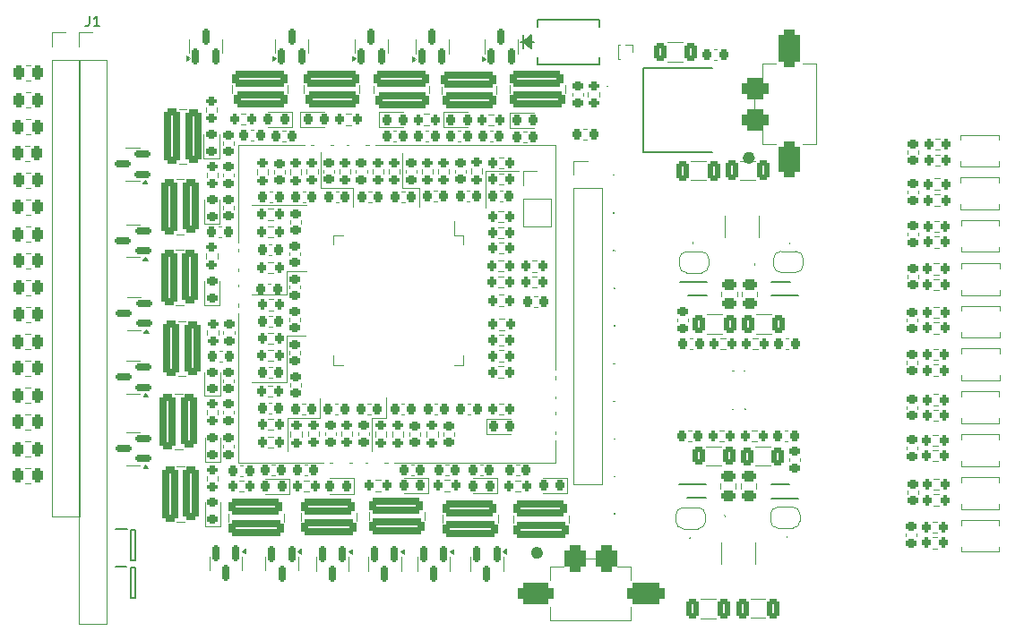
<source format=gbr>
%TF.GenerationSoftware,KiCad,Pcbnew,8.0.2*%
%TF.CreationDate,2024-12-22T13:37:02+01:00*%
%TF.ProjectId,FT25_AMS_Slave,46543235-5f41-44d5-935f-536c6176652e,rev?*%
%TF.SameCoordinates,Original*%
%TF.FileFunction,Legend,Top*%
%TF.FilePolarity,Positive*%
%FSLAX46Y46*%
G04 Gerber Fmt 4.6, Leading zero omitted, Abs format (unit mm)*
G04 Created by KiCad (PCBNEW 8.0.2) date 2024-12-22 13:37:02*
%MOMM*%
%LPD*%
G01*
G04 APERTURE LIST*
G04 Aperture macros list*
%AMRoundRect*
0 Rectangle with rounded corners*
0 $1 Rounding radius*
0 $2 $3 $4 $5 $6 $7 $8 $9 X,Y pos of 4 corners*
0 Add a 4 corners polygon primitive as box body*
4,1,4,$2,$3,$4,$5,$6,$7,$8,$9,$2,$3,0*
0 Add four circle primitives for the rounded corners*
1,1,$1+$1,$2,$3*
1,1,$1+$1,$4,$5*
1,1,$1+$1,$6,$7*
1,1,$1+$1,$8,$9*
0 Add four rect primitives between the rounded corners*
20,1,$1+$1,$2,$3,$4,$5,0*
20,1,$1+$1,$4,$5,$6,$7,0*
20,1,$1+$1,$6,$7,$8,$9,0*
20,1,$1+$1,$8,$9,$2,$3,0*%
%AMFreePoly0*
4,1,19,0.500000,-0.750000,0.000000,-0.750000,0.000000,-0.744911,-0.071157,-0.744911,-0.207708,-0.704816,-0.327430,-0.627875,-0.420627,-0.520320,-0.479746,-0.390866,-0.500000,-0.250000,-0.500000,0.250000,-0.479746,0.390866,-0.420627,0.520320,-0.327430,0.627875,-0.207708,0.704816,-0.071157,0.744911,0.000000,0.744911,0.000000,0.750000,0.500000,0.750000,0.500000,-0.750000,0.500000,-0.750000,
$1*%
%AMFreePoly1*
4,1,19,0.000000,0.744911,0.071157,0.744911,0.207708,0.704816,0.327430,0.627875,0.420627,0.520320,0.479746,0.390866,0.500000,0.250000,0.500000,-0.250000,0.479746,-0.390866,0.420627,-0.520320,0.327430,-0.627875,0.207708,-0.704816,0.071157,-0.744911,0.000000,-0.744911,0.000000,-0.750000,-0.500000,-0.750000,-0.500000,0.750000,0.000000,0.750000,0.000000,0.744911,0.000000,0.744911,
$1*%
G04 Aperture macros list end*
%ADD10C,0.100000*%
%ADD11C,0.150000*%
%ADD12C,0.120000*%
%ADD13C,0.152400*%
%ADD14C,0.560000*%
%ADD15C,0.200000*%
%ADD16RoundRect,0.200000X-0.275000X0.200000X-0.275000X-0.200000X0.275000X-0.200000X0.275000X0.200000X0*%
%ADD17RoundRect,0.250000X0.450000X-0.262500X0.450000X0.262500X-0.450000X0.262500X-0.450000X-0.262500X0*%
%ADD18RoundRect,0.250000X-0.262500X-0.450000X0.262500X-0.450000X0.262500X0.450000X-0.262500X0.450000X0*%
%ADD19RoundRect,0.225000X0.250000X-0.225000X0.250000X0.225000X-0.250000X0.225000X-0.250000X-0.225000X0*%
%ADD20RoundRect,0.225000X-0.250000X0.225000X-0.250000X-0.225000X0.250000X-0.225000X0.250000X0.225000X0*%
%ADD21R,1.700000X1.700000*%
%ADD22O,1.700000X1.700000*%
%ADD23RoundRect,0.200000X-0.200000X-0.275000X0.200000X-0.275000X0.200000X0.275000X-0.200000X0.275000X0*%
%ADD24RoundRect,0.250000X-0.312500X-0.625000X0.312500X-0.625000X0.312500X0.625000X-0.312500X0.625000X0*%
%ADD25R,1.500000X1.500000*%
%ADD26C,1.500000*%
%ADD27RoundRect,0.326087X2.273913X-0.423913X2.273913X0.423913X-2.273913X0.423913X-2.273913X-0.423913X0*%
%ADD28RoundRect,0.326087X2.198913X-0.423913X2.198913X0.423913X-2.198913X0.423913X-2.198913X-0.423913X0*%
%ADD29RoundRect,0.218750X-0.218750X-0.256250X0.218750X-0.256250X0.218750X0.256250X-0.218750X0.256250X0*%
%ADD30R,2.180400X2.210000*%
%ADD31RoundRect,0.225000X0.225000X0.250000X-0.225000X0.250000X-0.225000X-0.250000X0.225000X-0.250000X0*%
%ADD32RoundRect,0.150000X0.150000X-0.587500X0.150000X0.587500X-0.150000X0.587500X-0.150000X-0.587500X0*%
%ADD33RoundRect,0.200000X0.200000X0.275000X-0.200000X0.275000X-0.200000X-0.275000X0.200000X-0.275000X0*%
%ADD34C,1.173000*%
%ADD35RoundRect,0.150000X-0.150000X0.587500X-0.150000X-0.587500X0.150000X-0.587500X0.150000X0.587500X0*%
%ADD36RoundRect,0.218750X0.218750X0.256250X-0.218750X0.256250X-0.218750X-0.256250X0.218750X-0.256250X0*%
%ADD37FreePoly0,180.000000*%
%ADD38FreePoly1,180.000000*%
%ADD39RoundRect,0.218750X0.256250X-0.218750X0.256250X0.218750X-0.256250X0.218750X-0.256250X-0.218750X0*%
%ADD40RoundRect,0.250000X0.325000X0.650000X-0.325000X0.650000X-0.325000X-0.650000X0.325000X-0.650000X0*%
%ADD41RoundRect,0.500000X-0.500000X-0.735000X0.500000X-0.735000X0.500000X0.735000X-0.500000X0.735000X0*%
%ADD42RoundRect,0.500000X-1.207500X-0.500000X1.207500X-0.500000X1.207500X0.500000X-1.207500X0.500000X0*%
%ADD43RoundRect,0.500000X-1.257500X-0.500000X1.257500X-0.500000X1.257500X0.500000X-1.257500X0.500000X0*%
%ADD44R,2.400000X1.485000*%
%ADD45R,8.250000X7.650000*%
%ADD46RoundRect,0.225000X-0.225000X-0.250000X0.225000X-0.250000X0.225000X0.250000X-0.225000X0.250000X0*%
%ADD47RoundRect,0.326087X-0.423913X-2.273913X0.423913X-2.273913X0.423913X2.273913X-0.423913X2.273913X0*%
%ADD48RoundRect,0.326087X-0.423913X-2.198913X0.423913X-2.198913X0.423913X2.198913X-0.423913X2.198913X0*%
%ADD49RoundRect,0.250000X0.312500X0.625000X-0.312500X0.625000X-0.312500X-0.625000X0.312500X-0.625000X0*%
%ADD50RoundRect,0.150000X0.587500X0.150000X-0.587500X0.150000X-0.587500X-0.150000X0.587500X-0.150000X0*%
%ADD51RoundRect,0.200000X0.275000X-0.200000X0.275000X0.200000X-0.275000X0.200000X-0.275000X-0.200000X0*%
%ADD52R,0.900000X1.350000*%
%ADD53RoundRect,0.326087X-2.273913X0.423913X-2.273913X-0.423913X2.273913X-0.423913X2.273913X0.423913X0*%
%ADD54RoundRect,0.326087X-2.198913X0.423913X-2.198913X-0.423913X2.198913X-0.423913X2.198913X0.423913X0*%
%ADD55R,1.075000X0.500000*%
%ADD56C,0.100000*%
%ADD57FreePoly0,0.000000*%
%ADD58FreePoly1,0.000000*%
%ADD59R,0.900000X0.600000*%
%ADD60R,0.900000X1.500000*%
%ADD61R,0.900000X1.200000*%
%ADD62O,0.250000X1.500000*%
%ADD63O,1.500000X0.250000*%
%ADD64C,0.600000*%
%ADD65R,6.000000X6.000000*%
%ADD66RoundRect,0.250000X-0.450000X0.262500X-0.450000X-0.262500X0.450000X-0.262500X0.450000X0.262500X0*%
%ADD67R,0.850000X0.850000*%
%ADD68R,1.050000X0.600000*%
%ADD69R,0.600000X0.900000*%
%ADD70R,1.500000X0.900000*%
%ADD71R,1.200000X0.900000*%
%ADD72RoundRect,0.250000X-0.325000X-0.650000X0.325000X-0.650000X0.325000X0.650000X-0.325000X0.650000X0*%
%ADD73RoundRect,0.500000X0.735000X-0.500000X0.735000X0.500000X-0.735000X0.500000X-0.735000X-0.500000X0*%
%ADD74RoundRect,0.500000X0.500000X-1.207500X0.500000X1.207500X-0.500000X1.207500X-0.500000X-1.207500X0*%
%ADD75RoundRect,0.500000X0.500000X-1.257500X0.500000X1.257500X-0.500000X1.257500X-0.500000X-1.257500X0*%
G04 APERTURE END LIST*
D10*
X130340000Y-83210000D02*
X130340000Y-79930000D01*
X119360000Y-91070000D02*
X119360000Y-93200000D01*
X131880000Y-83210000D02*
X130340000Y-83210000D01*
X131880000Y-85000000D02*
X131880000Y-83210000D01*
X127460000Y-105120000D02*
X127460000Y-104950000D01*
X119360000Y-93330000D02*
X116090000Y-93330000D01*
X122570000Y-79800000D02*
X122570000Y-83240000D01*
X119360000Y-91070000D02*
X121230000Y-91070000D01*
X114800000Y-79190000D02*
X144800000Y-79190000D01*
X144800000Y-109190000D01*
X114800000Y-109190000D01*
X114800000Y-79190000D01*
X122570000Y-83240000D02*
X125680000Y-83240000D01*
X125680000Y-83240000D02*
X125680000Y-85000000D01*
X119440000Y-104940000D02*
X122540000Y-104940000D01*
X116110000Y-101580000D02*
X119420000Y-101580000D01*
X121180000Y-97230000D02*
X119420000Y-97230000D01*
X128760000Y-104950000D02*
X127460000Y-104950000D01*
X119420000Y-97230000D02*
X119420000Y-101630000D01*
X128760000Y-103020000D02*
X128760000Y-104950000D01*
X122540000Y-103100000D02*
X122540000Y-104940000D01*
X116100000Y-84860000D02*
X121260000Y-84860000D01*
X138140000Y-85070000D02*
X138160000Y-81600000D01*
X119440000Y-108130000D02*
X119440000Y-104940000D01*
X138160000Y-81600000D02*
X141330000Y-81580000D01*
X119360000Y-93330000D02*
X119360000Y-93140000D01*
X127460000Y-108140000D02*
X127460000Y-105120000D01*
D11*
X100714166Y-66929819D02*
X100714166Y-67644104D01*
X100714166Y-67644104D02*
X100666547Y-67786961D01*
X100666547Y-67786961D02*
X100571309Y-67882200D01*
X100571309Y-67882200D02*
X100428452Y-67929819D01*
X100428452Y-67929819D02*
X100333214Y-67929819D01*
X101714166Y-67929819D02*
X101142738Y-67929819D01*
X101428452Y-67929819D02*
X101428452Y-66929819D01*
X101428452Y-66929819D02*
X101333214Y-67072676D01*
X101333214Y-67072676D02*
X101237976Y-67167914D01*
X101237976Y-67167914D02*
X101142738Y-67215533D01*
D12*
%TO.C,R49*%
X111747500Y-75562742D02*
X111747500Y-76037258D01*
X112792500Y-75562742D02*
X112792500Y-76037258D01*
%TO.C,R25*%
X160465000Y-93467064D02*
X160465000Y-93012936D01*
X161935000Y-93467064D02*
X161935000Y-93012936D01*
%TO.C,R105*%
X94682936Y-109705000D02*
X95137064Y-109705000D01*
X94682936Y-111175000D02*
X95137064Y-111175000D01*
%TO.C,C12*%
X166870000Y-109070580D02*
X166870000Y-108789420D01*
X167890000Y-109070580D02*
X167890000Y-108789420D01*
%TO.C,C49*%
X178075000Y-79689420D02*
X178075000Y-79970580D01*
X179095000Y-79689420D02*
X179095000Y-79970580D01*
%TO.C,J1*%
X99717500Y-68475000D02*
X101047500Y-68475000D01*
X99717500Y-69805000D02*
X99717500Y-68475000D01*
X99717500Y-71075000D02*
X99717500Y-124475000D01*
X99717500Y-71075000D02*
X102377500Y-71075000D01*
X99717500Y-124475000D02*
X102377500Y-124475000D01*
X102377500Y-71075000D02*
X102377500Y-124475000D01*
%TO.C,R67*%
X117642742Y-105057500D02*
X118117258Y-105057500D01*
X117642742Y-106102500D02*
X118117258Y-106102500D01*
%TO.C,R8*%
X155382936Y-69430000D02*
X156837064Y-69430000D01*
X155382936Y-71250000D02*
X156837064Y-71250000D01*
D10*
%TO.C,TP11*%
X150270000Y-103405000D02*
X150270000Y-103405000D01*
X150370000Y-103405000D02*
X150370000Y-103405000D01*
X150270000Y-103405000D02*
G75*
G02*
X150370000Y-103405000I50000J0D01*
G01*
X150370000Y-103405000D02*
G75*
G02*
X150270000Y-103405000I-50000J0D01*
G01*
D12*
%TO.C,R71*%
X120740000Y-114701252D02*
X120740000Y-113978748D01*
X125960000Y-114701252D02*
X125960000Y-113978748D01*
%TO.C,D8*%
X138225000Y-105035000D02*
X138225000Y-106505000D01*
X138225000Y-106505000D02*
X140510000Y-106505000D01*
X140510000Y-105035000D02*
X138225000Y-105035000D01*
D13*
%TO.C,D1*%
X141690999Y-68775000D02*
X141690999Y-70045000D01*
X141690999Y-69410000D02*
X142452999Y-68775000D01*
X141690999Y-69410000D02*
X142452999Y-68902000D01*
X141690999Y-69410000D02*
X142452999Y-69029000D01*
X141690999Y-69410000D02*
X142452999Y-69156000D01*
X141690999Y-69410000D02*
X142452999Y-69283000D01*
X141690999Y-69410000D02*
X142452999Y-69537000D01*
X141690999Y-69410000D02*
X142452999Y-69664000D01*
X141690999Y-69410000D02*
X142452999Y-69791000D01*
X141690999Y-69410000D02*
X142452999Y-69918000D01*
X141690999Y-69410000D02*
X142452999Y-70045000D01*
X142452999Y-68775000D02*
X142452999Y-70045000D01*
X142706999Y-69410000D02*
X141436999Y-69410000D01*
X143087999Y-67313000D02*
X143087999Y-67972260D01*
X143087999Y-70847740D02*
X143087999Y-71507000D01*
X143087999Y-71507000D02*
X148932001Y-71507000D01*
X148932001Y-67313000D02*
X143087999Y-67313000D01*
X148932001Y-67972260D02*
X148932001Y-67313000D01*
X148932001Y-71507000D02*
X148932001Y-70847740D01*
D12*
%TO.C,C50*%
X178025000Y-91469420D02*
X178025000Y-91750580D01*
X179045000Y-91469420D02*
X179045000Y-91750580D01*
D10*
%TO.C,TP1*%
X161490000Y-100520000D02*
X161490000Y-100520000D01*
X161590000Y-100520000D02*
X161590000Y-100520000D01*
X161490000Y-100520000D02*
G75*
G02*
X161590000Y-100520000I50000J0D01*
G01*
X161590000Y-100520000D02*
G75*
G02*
X161490000Y-100520000I-50000J0D01*
G01*
D12*
%TO.C,C21*%
X130520580Y-83530000D02*
X130239420Y-83530000D01*
X130520580Y-84550000D02*
X130239420Y-84550000D01*
%TO.C,R40*%
X124367500Y-81412742D02*
X124367500Y-81887258D01*
X125412500Y-81412742D02*
X125412500Y-81887258D01*
%TO.C,R69*%
X113870000Y-114761252D02*
X113870000Y-114038748D01*
X119090000Y-114761252D02*
X119090000Y-114038748D01*
D10*
%TO.C,TP13*%
X150290000Y-110495000D02*
X150290000Y-110495000D01*
X150390000Y-110495000D02*
X150390000Y-110495000D01*
X150290000Y-110495000D02*
G75*
G02*
X150390000Y-110495000I50000J0D01*
G01*
X150390000Y-110495000D02*
G75*
G02*
X150290000Y-110495000I-50000J0D01*
G01*
%TO.C,TP6*%
X150240000Y-89125000D02*
X150240000Y-89125000D01*
X150340000Y-89125000D02*
X150340000Y-89125000D01*
X150240000Y-89125000D02*
G75*
G02*
X150340000Y-89125000I50000J0D01*
G01*
X150340000Y-89125000D02*
G75*
G02*
X150240000Y-89125000I-50000J0D01*
G01*
D12*
%TO.C,D12*%
X131550000Y-69850000D02*
X131550000Y-69200000D01*
X131550000Y-69850000D02*
X131550000Y-70500000D01*
X134670000Y-69850000D02*
X134670000Y-69200000D01*
X134670000Y-69850000D02*
X134670000Y-70500000D01*
X131600000Y-71012500D02*
X131270000Y-71252500D01*
X131270000Y-70772500D01*
X131600000Y-71012500D01*
G36*
X131600000Y-71012500D02*
G01*
X131270000Y-71252500D01*
X131270000Y-70772500D01*
X131600000Y-71012500D01*
G37*
%TO.C,R114*%
X94702936Y-86855000D02*
X95157064Y-86855000D01*
X94702936Y-88325000D02*
X95157064Y-88325000D01*
%TO.C,R89*%
X181122258Y-78527500D02*
X180647742Y-78527500D01*
X181122258Y-79572500D02*
X180647742Y-79572500D01*
%TO.C,R59*%
X117652742Y-93737500D02*
X118127258Y-93737500D01*
X117652742Y-94782500D02*
X118127258Y-94782500D01*
%TO.C,R108*%
X94692936Y-102095000D02*
X95147064Y-102095000D01*
X94692936Y-103565000D02*
X95147064Y-103565000D01*
D10*
%TO.C,TH1*%
X183065000Y-78190000D02*
X186665000Y-78190000D01*
X183065000Y-78690000D02*
X183065000Y-78190000D01*
X183065000Y-80690000D02*
X183065000Y-81190000D01*
X183065000Y-81190000D02*
X186665000Y-81190000D01*
X186665000Y-78190000D02*
X186665000Y-78690000D01*
X186665000Y-81190000D02*
X186665000Y-80690000D01*
D12*
%TO.C,R7*%
X160262742Y-106157500D02*
X160737258Y-106157500D01*
X160262742Y-107202500D02*
X160737258Y-107202500D01*
%TO.C,D40*%
X136730000Y-118770000D02*
X136730000Y-118120000D01*
X136730000Y-118770000D02*
X136730000Y-119420000D01*
X139850000Y-118770000D02*
X139850000Y-118120000D01*
X139850000Y-118770000D02*
X139850000Y-119420000D01*
X140130000Y-117847500D02*
X139800000Y-117607500D01*
X140130000Y-117367500D01*
X140130000Y-117847500D01*
G36*
X140130000Y-117847500D02*
G01*
X139800000Y-117607500D01*
X140130000Y-117367500D01*
X140130000Y-117847500D01*
G37*
%TO.C,R12*%
X139442742Y-95607500D02*
X139917258Y-95607500D01*
X139442742Y-96652500D02*
X139917258Y-96652500D01*
%TO.C,D38*%
X143635001Y-112084998D02*
X145920001Y-112084998D01*
X145920001Y-110614998D02*
X143635001Y-110614998D01*
X145920001Y-112084998D02*
X145920001Y-110614998D01*
%TO.C,JP4*%
X156160000Y-114750000D02*
X156160000Y-114150000D01*
X156860000Y-113450000D02*
X158260000Y-113450000D01*
X158260000Y-115450000D02*
X156860000Y-115450000D01*
X158960000Y-114150000D02*
X158960000Y-114750000D01*
X156160000Y-114150000D02*
G75*
G02*
X156860000Y-113450000I700000J0D01*
G01*
X156860000Y-115450000D02*
G75*
G02*
X156160000Y-114750000I0J700000D01*
G01*
X158260000Y-113450000D02*
G75*
G02*
X158960000Y-114150000I1J-699999D01*
G01*
X158960000Y-114750000D02*
G75*
G02*
X158260000Y-115450000I-699999J-1D01*
G01*
%TO.C,R56*%
X111787500Y-89402742D02*
X111787500Y-89877258D01*
X112832500Y-89402742D02*
X112832500Y-89877258D01*
%TO.C,R2*%
X139402742Y-85427500D02*
X139877258Y-85427500D01*
X139402742Y-86472500D02*
X139877258Y-86472500D01*
%TO.C,FB1*%
X147772779Y-77620000D02*
X147447221Y-77620000D01*
X147772779Y-78640000D02*
X147447221Y-78640000D01*
%TO.C,D29*%
X111635000Y-112960000D02*
X111635000Y-115245000D01*
X111635000Y-115245000D02*
X113105000Y-115245000D01*
X113105000Y-115245000D02*
X113105000Y-112960000D01*
%TO.C,D16*%
X118300000Y-69820000D02*
X118300000Y-69170000D01*
X118300000Y-69820000D02*
X118300000Y-70470000D01*
X121420000Y-69820000D02*
X121420000Y-69170000D01*
X121420000Y-69820000D02*
X121420000Y-70470000D01*
X118350000Y-70982500D02*
X118020000Y-71222500D01*
X118020000Y-70742500D01*
X118350000Y-70982500D01*
G36*
X118350000Y-70982500D02*
G01*
X118020000Y-71222500D01*
X118020000Y-70742500D01*
X118350000Y-70982500D01*
G37*
%TO.C,C22*%
X127400580Y-83540000D02*
X127119420Y-83540000D01*
X127400580Y-84560000D02*
X127119420Y-84560000D01*
%TO.C,R51*%
X111807500Y-81752742D02*
X111807500Y-82227258D01*
X112852500Y-81752742D02*
X112852500Y-82227258D01*
%TO.C,C77*%
X113200580Y-86860000D02*
X112919420Y-86860000D01*
X113200580Y-87880000D02*
X112919420Y-87880000D01*
%TO.C,C16*%
X159961252Y-122100000D02*
X158538748Y-122100000D01*
X159961252Y-123920000D02*
X158538748Y-123920000D01*
%TO.C,J11*%
X144300000Y-119010000D02*
X145570000Y-119010000D01*
X144300000Y-120280000D02*
X144300000Y-119010000D01*
X144300000Y-124090000D02*
X144300000Y-122820000D01*
X144300000Y-124090000D02*
X151920000Y-124090000D01*
X147602000Y-118248000D02*
X148618000Y-118248000D01*
X150650000Y-119010000D02*
X151920000Y-119010000D01*
X151920000Y-119010000D02*
X151920000Y-120280000D01*
X151920000Y-124090000D02*
X151920000Y-122820000D01*
D14*
X143310000Y-117740000D02*
G75*
G02*
X142750000Y-117740000I-280000J0D01*
G01*
X142750000Y-117740000D02*
G75*
G02*
X143310000Y-117740000I280000J0D01*
G01*
D12*
%TO.C,R35*%
X138927258Y-76237500D02*
X138452742Y-76237500D01*
X138927258Y-77282500D02*
X138452742Y-77282500D01*
D10*
%TO.C,Q1*%
X149620000Y-73585000D02*
X149620000Y-73585000D01*
X149720000Y-73585000D02*
X149720000Y-73585000D01*
D15*
X153095000Y-71870000D02*
X153095000Y-79870000D01*
X153095000Y-79870000D02*
X159620000Y-79870000D01*
X159620000Y-71870000D02*
X153095000Y-71870000D01*
D10*
X149620000Y-73585000D02*
G75*
G02*
X149720000Y-73585000I50000J0D01*
G01*
X149720000Y-73585000D02*
G75*
G02*
X149620000Y-73585000I-50000J0D01*
G01*
D12*
%TO.C,C7*%
X166524420Y-97460000D02*
X166805580Y-97460000D01*
X166524420Y-98480000D02*
X166805580Y-98480000D01*
D10*
%TO.C,TH10*%
X183150000Y-98410000D02*
X186750000Y-98410000D01*
X183150000Y-98910000D02*
X183150000Y-98410000D01*
X183150000Y-100910000D02*
X183150000Y-101410000D01*
X183150000Y-101410000D02*
X186750000Y-101410000D01*
X186750000Y-98410000D02*
X186750000Y-98910000D01*
X186750000Y-101410000D02*
X186750000Y-100910000D01*
D12*
%TO.C,R77*%
X127795242Y-110837499D02*
X128269758Y-110837499D01*
X127795242Y-111882499D02*
X128269758Y-111882499D01*
%TO.C,C14*%
X163661252Y-80650000D02*
X162238748Y-80650000D01*
X163661252Y-82470000D02*
X162238748Y-82470000D01*
%TO.C,R87*%
X180472742Y-104217500D02*
X180947258Y-104217500D01*
X180472742Y-105262500D02*
X180947258Y-105262500D01*
%TO.C,R37*%
X132847258Y-76227500D02*
X132372742Y-76227500D01*
X132847258Y-77272500D02*
X132372742Y-77272500D01*
%TO.C,R17*%
X162395000Y-93467064D02*
X162395000Y-93012936D01*
X163865000Y-93467064D02*
X163865000Y-93012936D01*
%TO.C,C80*%
X121039420Y-109380000D02*
X121320580Y-109380000D01*
X121039420Y-110400000D02*
X121320580Y-110400000D01*
%TO.C,R113*%
X94712936Y-89385000D02*
X95167064Y-89385000D01*
X94712936Y-90855000D02*
X95167064Y-90855000D01*
%TO.C,C61*%
X129740580Y-77770000D02*
X129459420Y-77770000D01*
X129740580Y-78790000D02*
X129459420Y-78790000D01*
%TO.C,R120*%
X94712936Y-71605000D02*
X95167064Y-71605000D01*
X94712936Y-73075000D02*
X95167064Y-73075000D01*
%TO.C,C34*%
X119670000Y-95539420D02*
X119670000Y-95820580D01*
X120690000Y-95539420D02*
X120690000Y-95820580D01*
%TO.C,R55*%
X108898748Y-89080000D02*
X109621252Y-89080000D01*
X108898748Y-94300000D02*
X109621252Y-94300000D01*
%TO.C,C40*%
X121125580Y-103620000D02*
X120844420Y-103620000D01*
X121125580Y-104640000D02*
X120844420Y-104640000D01*
%TO.C,R18*%
X165167064Y-95180000D02*
X163712936Y-95180000D01*
X165167064Y-97000000D02*
X163712936Y-97000000D01*
%TO.C,R102*%
X180492742Y-99937500D02*
X180967258Y-99937500D01*
X180492742Y-100982500D02*
X180967258Y-100982500D01*
%TO.C,R63*%
X111857500Y-104192742D02*
X111857500Y-104667258D01*
X112902500Y-104192742D02*
X112902500Y-104667258D01*
%TO.C,R27*%
X139392742Y-90087500D02*
X139867258Y-90087500D01*
X139392742Y-91132500D02*
X139867258Y-91132500D01*
%TO.C,D24*%
X104950001Y-93522501D02*
X104300001Y-93522501D01*
X104950001Y-93522501D02*
X105600001Y-93522501D01*
X104950001Y-96642501D02*
X104300001Y-96642501D01*
X104950001Y-96642501D02*
X105600001Y-96642501D01*
X106352501Y-96922501D02*
X105872501Y-96922501D01*
X106112501Y-96592501D01*
X106352501Y-96922501D01*
G36*
X106352501Y-96922501D02*
G01*
X105872501Y-96922501D01*
X106112501Y-96592501D01*
X106352501Y-96922501D01*
G37*
%TO.C,D37*%
X136970000Y-112125000D02*
X139255000Y-112125000D01*
X139255000Y-110655000D02*
X136970000Y-110655000D01*
X139255000Y-112125000D02*
X139255000Y-110655000D01*
%TO.C,C62*%
X116268080Y-77750000D02*
X115986920Y-77750000D01*
X116268080Y-78770000D02*
X115986920Y-78770000D01*
%TO.C,R11*%
X139422742Y-93337500D02*
X139897258Y-93337500D01*
X139422742Y-94382500D02*
X139897258Y-94382500D01*
%TO.C,C68*%
X113390000Y-107509420D02*
X113390000Y-107790580D01*
X114410000Y-107509420D02*
X114410000Y-107790580D01*
%TO.C,C47*%
X131010000Y-106354420D02*
X131010000Y-106635580D01*
X132030000Y-106354420D02*
X132030000Y-106635580D01*
%TO.C,C33*%
X119660000Y-92449420D02*
X119660000Y-92730580D01*
X120680000Y-92449420D02*
X120680000Y-92730580D01*
%TO.C,C30*%
X119640000Y-89329420D02*
X119640000Y-89610580D01*
X120660000Y-89329420D02*
X120660000Y-89610580D01*
%TO.C,C45*%
X130219420Y-103620000D02*
X130500580Y-103620000D01*
X130219420Y-104640000D02*
X130500580Y-104640000D01*
%TO.C,R94*%
X180522742Y-95937500D02*
X180997258Y-95937500D01*
X180522742Y-96982500D02*
X180997258Y-96982500D01*
%TO.C,R44*%
X115032742Y-76177500D02*
X115507258Y-76177500D01*
X115032742Y-77222500D02*
X115507258Y-77222500D01*
%TO.C,C35*%
X118010580Y-95330000D02*
X117729420Y-95330000D01*
X118010580Y-96350000D02*
X117729420Y-96350000D01*
%TO.C,C32*%
X117880580Y-92260000D02*
X117599420Y-92260000D01*
X117880580Y-93280000D02*
X117599420Y-93280000D01*
%TO.C,R46*%
X119697500Y-81462742D02*
X119697500Y-81937258D01*
X120742500Y-81462742D02*
X120742500Y-81937258D01*
D10*
%TO.C,TP9*%
X150280000Y-99855000D02*
X150280000Y-99855000D01*
X150380000Y-99855000D02*
X150380000Y-99855000D01*
X150280000Y-99855000D02*
G75*
G02*
X150380000Y-99855000I50000J0D01*
G01*
X150380000Y-99855000D02*
G75*
G02*
X150280000Y-99855000I-50000J0D01*
G01*
%TO.C,TH3*%
X183130000Y-102480000D02*
X186730000Y-102480000D01*
X183130000Y-102980000D02*
X183130000Y-102480000D01*
X183130000Y-104980000D02*
X183130000Y-105480000D01*
X183130000Y-105480000D02*
X186730000Y-105480000D01*
X186730000Y-102480000D02*
X186730000Y-102980000D01*
X186730000Y-105480000D02*
X186730000Y-104980000D01*
D12*
%TO.C,C38*%
X119710000Y-101699420D02*
X119710000Y-101980580D01*
X120730000Y-101699420D02*
X120730000Y-101980580D01*
%TO.C,R75*%
X124537500Y-106692258D02*
X124537500Y-106217742D01*
X125582500Y-106692258D02*
X125582500Y-106217742D01*
%TO.C,C72*%
X137639420Y-109400000D02*
X137920580Y-109400000D01*
X137639420Y-110420000D02*
X137920580Y-110420000D01*
%TO.C,C66*%
X113410000Y-96759420D02*
X113410000Y-97040580D01*
X114430000Y-96759420D02*
X114430000Y-97040580D01*
%TO.C,R47*%
X116587500Y-81462742D02*
X116587500Y-81937258D01*
X117632500Y-81462742D02*
X117632500Y-81937258D01*
%TO.C,R24*%
X139402742Y-100107500D02*
X139877258Y-100107500D01*
X139402742Y-101152500D02*
X139877258Y-101152500D01*
D10*
%TO.C,FL1*%
X160760000Y-87870000D02*
X160760000Y-85870000D01*
X163610000Y-90370000D02*
X163610000Y-90370000D01*
X163610000Y-90470000D02*
X163610000Y-90470000D01*
X163960000Y-87870000D02*
X163960000Y-85870000D01*
X163610000Y-90370000D02*
G75*
G02*
X163610000Y-90470000I0J-50000D01*
G01*
X163610000Y-90470000D02*
G75*
G02*
X163610000Y-90370000I0J50000D01*
G01*
D12*
%TO.C,R109*%
X94682936Y-99545000D02*
X95137064Y-99545000D01*
X94682936Y-101015000D02*
X95137064Y-101015000D01*
%TO.C,C76*%
X118999420Y-77770000D02*
X119280580Y-77770000D01*
X118999420Y-78790000D02*
X119280580Y-78790000D01*
%TO.C,C73*%
X141079420Y-109410000D02*
X141360580Y-109410000D01*
X141079420Y-110430000D02*
X141360580Y-110430000D01*
%TO.C,C81*%
X131109420Y-109380000D02*
X131390580Y-109380000D01*
X131109420Y-110400000D02*
X131390580Y-110400000D01*
D10*
%TO.C,TH6*%
X183140000Y-94360000D02*
X186740000Y-94360000D01*
X183140000Y-94860000D02*
X183140000Y-94360000D01*
X183140000Y-96860000D02*
X183140000Y-97360000D01*
X183140000Y-97360000D02*
X186740000Y-97360000D01*
X186740000Y-94360000D02*
X186740000Y-94860000D01*
X186740000Y-97360000D02*
X186740000Y-96860000D01*
D12*
%TO.C,R52*%
X117602742Y-85187500D02*
X118077258Y-85187500D01*
X117602742Y-86232500D02*
X118077258Y-86232500D01*
%TO.C,C79*%
X113390000Y-101580580D02*
X113390000Y-101299420D01*
X114410000Y-101580580D02*
X114410000Y-101299420D01*
%TO.C,R34*%
X133990000Y-73578748D02*
X133990000Y-74301252D01*
X139210000Y-73578748D02*
X139210000Y-74301252D01*
%TO.C,C67*%
X113390000Y-104299420D02*
X113390000Y-104580580D01*
X114410000Y-104299420D02*
X114410000Y-104580580D01*
%TO.C,R112*%
X94712936Y-91915000D02*
X95167064Y-91915000D01*
X94712936Y-93385000D02*
X95167064Y-93385000D01*
%TO.C,R57*%
X109128748Y-95800000D02*
X109851252Y-95800000D01*
X109128748Y-101020000D02*
X109851252Y-101020000D01*
%TO.C,C58*%
X177965000Y-99589420D02*
X177965000Y-99870580D01*
X178985000Y-99589420D02*
X178985000Y-99870580D01*
%TO.C,R16*%
X165077064Y-107680000D02*
X163622936Y-107680000D01*
X165077064Y-109500000D02*
X163622936Y-109500000D01*
D15*
%TO.C,D4*%
X166935000Y-92110000D02*
X165185000Y-92110000D01*
X167748000Y-93410000D02*
X165185000Y-93410000D01*
D12*
%TO.C,JP3*%
X165100000Y-114700000D02*
X165100000Y-114100000D01*
X165800000Y-113400000D02*
X167200000Y-113400000D01*
X167200000Y-115400000D02*
X165800000Y-115400000D01*
X167900000Y-114100000D02*
X167900000Y-114700000D01*
X165100000Y-114100000D02*
G75*
G02*
X165800000Y-113400000I699999J1D01*
G01*
X165800000Y-115400000D02*
G75*
G02*
X165100000Y-114700000I-1J699999D01*
G01*
X167200000Y-113400000D02*
G75*
G02*
X167900000Y-114100000I0J-700000D01*
G01*
X167900000Y-114700000D02*
G75*
G02*
X167200000Y-115400000I-700000J0D01*
G01*
%TO.C,C42*%
X127029420Y-103640000D02*
X127310580Y-103640000D01*
X127029420Y-104660000D02*
X127310580Y-104660000D01*
%TO.C,JP1*%
X156480000Y-90540000D02*
X156480000Y-89940000D01*
X157180000Y-89240000D02*
X158580000Y-89240000D01*
X158580000Y-91240000D02*
X157180000Y-91240000D01*
X159280000Y-89940000D02*
X159280000Y-90540000D01*
X156480000Y-89940000D02*
G75*
G02*
X157180000Y-89240000I700000J0D01*
G01*
X157180000Y-91240000D02*
G75*
G02*
X156480000Y-90540000I0J700000D01*
G01*
X158580000Y-89240000D02*
G75*
G02*
X159280000Y-89940000I1J-699999D01*
G01*
X159280000Y-90540000D02*
G75*
G02*
X158580000Y-91240000I-699999J-1D01*
G01*
%TO.C,D20*%
X104810000Y-79412500D02*
X104160000Y-79412500D01*
X104810000Y-79412500D02*
X105460000Y-79412500D01*
X104810000Y-82532500D02*
X104160000Y-82532500D01*
X104810000Y-82532500D02*
X105460000Y-82532500D01*
X106212500Y-82812500D02*
X105732500Y-82812500D01*
X105972500Y-82482500D01*
X106212500Y-82812500D01*
G36*
X106212500Y-82812500D02*
G01*
X105732500Y-82812500D01*
X105972500Y-82482500D01*
X106212500Y-82812500D01*
G37*
%TO.C,U1*%
X123790000Y-87670000D02*
X124690000Y-87670000D01*
X123790000Y-88570000D02*
X123790000Y-87670000D01*
X123790000Y-99070000D02*
X123790000Y-99970000D01*
X123790000Y-99970000D02*
X124690000Y-99970000D01*
X135190000Y-87670000D02*
X135190000Y-86382500D01*
X136090000Y-87670000D02*
X135190000Y-87670000D01*
X136090000Y-88570000D02*
X136090000Y-87670000D01*
X136090000Y-99070000D02*
X136090000Y-99970000D01*
X136090000Y-99970000D02*
X135190000Y-99970000D01*
%TO.C,R99*%
X180882258Y-114777500D02*
X180407742Y-114777500D01*
X180882258Y-115822500D02*
X180407742Y-115822500D01*
%TO.C,R65*%
X111847500Y-110442742D02*
X111847500Y-110917258D01*
X112892500Y-110442742D02*
X112892500Y-110917258D01*
%TO.C,C53*%
X178080000Y-83449420D02*
X178080000Y-83730580D01*
X179100000Y-83449420D02*
X179100000Y-83730580D01*
%TO.C,C54*%
X177995000Y-95589420D02*
X177995000Y-95870580D01*
X179015000Y-95589420D02*
X179015000Y-95870580D01*
%TO.C,R66*%
X117592742Y-101927500D02*
X118067258Y-101927500D01*
X117592742Y-102972500D02*
X118067258Y-102972500D01*
%TO.C,R32*%
X133677500Y-81402742D02*
X133677500Y-81877258D01*
X134722500Y-81402742D02*
X134722500Y-81877258D01*
%TO.C,C52*%
X178050000Y-111859420D02*
X178050000Y-112140580D01*
X179070000Y-111859420D02*
X179070000Y-112140580D01*
%TO.C,R116*%
X94712936Y-81765000D02*
X95167064Y-81765000D01*
X94712936Y-83235000D02*
X95167064Y-83235000D01*
%TO.C,C24*%
X122830000Y-81780580D02*
X122830000Y-81499420D01*
X123850000Y-81780580D02*
X123850000Y-81499420D01*
%TO.C,D30*%
X117360000Y-112175000D02*
X119645000Y-112175000D01*
X119645000Y-110705000D02*
X117360000Y-110705000D01*
X119645000Y-112175000D02*
X119645000Y-110705000D01*
%TO.C,R91*%
X180942258Y-102727500D02*
X180467742Y-102727500D01*
X180942258Y-103772500D02*
X180467742Y-103772500D01*
%TO.C,R4*%
X139402742Y-86907500D02*
X139877258Y-86907500D01*
X139402742Y-87952500D02*
X139877258Y-87952500D01*
%TO.C,C25*%
X124280580Y-83530000D02*
X123999420Y-83530000D01*
X124280580Y-84550000D02*
X123999420Y-84550000D01*
%TO.C,R72*%
X120992742Y-110907500D02*
X121467258Y-110907500D01*
X120992742Y-111952500D02*
X121467258Y-111952500D01*
%TO.C,R90*%
X181002258Y-90357500D02*
X180527742Y-90357500D01*
X181002258Y-91402500D02*
X180527742Y-91402500D01*
%TO.C,R19*%
X160355000Y-111172936D02*
X160355000Y-111627064D01*
X161825000Y-111172936D02*
X161825000Y-111627064D01*
%TO.C,R80*%
X127737500Y-106722258D02*
X127737500Y-106247742D01*
X128782500Y-106722258D02*
X128782500Y-106247742D01*
%TO.C,R101*%
X180557742Y-87807500D02*
X181032258Y-87807500D01*
X180557742Y-88852500D02*
X181032258Y-88852500D01*
D15*
%TO.C,D7*%
X166915000Y-111260000D02*
X165165000Y-111260000D01*
X167728000Y-112560000D02*
X165165000Y-112560000D01*
D12*
%TO.C,R74*%
X121377500Y-106702258D02*
X121377500Y-106227742D01*
X122422500Y-106702258D02*
X122422500Y-106227742D01*
%TO.C,R85*%
X180647742Y-80077500D02*
X181122258Y-80077500D01*
X180647742Y-81122500D02*
X181122258Y-81122500D01*
%TO.C,R20*%
X159022936Y-107660000D02*
X160477064Y-107660000D01*
X159022936Y-109480000D02*
X160477064Y-109480000D01*
D10*
%TO.C,TP18*%
X157460000Y-116260000D02*
X157460000Y-116260000D01*
X157460000Y-116360000D02*
X157460000Y-116360000D01*
X157460000Y-116260000D02*
G75*
G02*
X157460000Y-116360000I0J-50000D01*
G01*
X157460000Y-116360000D02*
G75*
G02*
X157460000Y-116260000I0J50000D01*
G01*
D12*
%TO.C,R115*%
X94702936Y-84305000D02*
X95157064Y-84305000D01*
X94702936Y-85775000D02*
X95157064Y-85775000D01*
%TO.C,D10*%
X134195000Y-76025000D02*
X134195000Y-77495000D01*
X134195000Y-77495000D02*
X136480000Y-77495000D01*
X136480000Y-76025000D02*
X134195000Y-76025000D01*
%TO.C,C51*%
X177945000Y-103849420D02*
X177945000Y-104130580D01*
X178965000Y-103849420D02*
X178965000Y-104130580D01*
%TO.C,R117*%
X94652936Y-79225000D02*
X95107064Y-79225000D01*
X94652936Y-80695000D02*
X95107064Y-80695000D01*
%TO.C,R5*%
X139407742Y-88377500D02*
X139882258Y-88377500D01*
X139407742Y-89422500D02*
X139882258Y-89422500D01*
%TO.C,C37*%
X119670000Y-98669420D02*
X119670000Y-98950580D01*
X120690000Y-98669420D02*
X120690000Y-98950580D01*
%TO.C,C75*%
X132489420Y-77760000D02*
X132770580Y-77760000D01*
X132489420Y-78780000D02*
X132770580Y-78780000D01*
%TO.C,R14*%
X139422742Y-97087500D02*
X139897258Y-97087500D01*
X139422742Y-98132500D02*
X139897258Y-98132500D01*
%TO.C,R81*%
X129377500Y-106722258D02*
X129377500Y-106247742D01*
X130422500Y-106722258D02*
X130422500Y-106247742D01*
%TO.C,D15*%
X125820000Y-69820000D02*
X125820000Y-69170000D01*
X125820000Y-69820000D02*
X125820000Y-70470000D01*
X128940000Y-69820000D02*
X128940000Y-69170000D01*
X128940000Y-69820000D02*
X128940000Y-70470000D01*
X125870000Y-70982500D02*
X125540000Y-71222500D01*
X125540000Y-70742500D01*
X125870000Y-70982500D01*
G36*
X125870000Y-70982500D02*
G01*
X125540000Y-71222500D01*
X125540000Y-70742500D01*
X125870000Y-70982500D01*
G37*
%TO.C,JP2*%
X165390000Y-90510000D02*
X165390000Y-89910000D01*
X166090000Y-89210000D02*
X167490000Y-89210000D01*
X167490000Y-91210000D02*
X166090000Y-91210000D01*
X168190000Y-89910000D02*
X168190000Y-90510000D01*
X165390000Y-89910000D02*
G75*
G02*
X166090000Y-89210000I699999J1D01*
G01*
X166090000Y-91210000D02*
G75*
G02*
X165390000Y-90510000I-1J699999D01*
G01*
X167490000Y-89210000D02*
G75*
G02*
X168190000Y-89910000I0J-700000D01*
G01*
X168190000Y-90510000D02*
G75*
G02*
X167490000Y-91210000I-700000J0D01*
G01*
%TO.C,R28*%
X139392742Y-91577500D02*
X139867258Y-91577500D01*
X139392742Y-92622500D02*
X139867258Y-92622500D01*
D10*
%TO.C,TP2*%
X162570000Y-100520000D02*
X162570000Y-100520000D01*
X162670000Y-100520000D02*
X162670000Y-100520000D01*
X162570000Y-100520000D02*
G75*
G02*
X162670000Y-100520000I50000J0D01*
G01*
X162670000Y-100520000D02*
G75*
G02*
X162570000Y-100520000I-50000J0D01*
G01*
D12*
%TO.C,D33*%
X123450000Y-112145000D02*
X125735000Y-112145000D01*
X125735000Y-110675000D02*
X123450000Y-110675000D01*
X125735000Y-112145000D02*
X125735000Y-110675000D01*
D10*
%TO.C,TP4*%
X161450000Y-104140000D02*
X161450000Y-104140000D01*
X161550000Y-104140000D02*
X161550000Y-104140000D01*
X161450000Y-104140000D02*
G75*
G02*
X161550000Y-104140000I50000J0D01*
G01*
X161550000Y-104140000D02*
G75*
G02*
X161450000Y-104140000I-50000J0D01*
G01*
D12*
%TO.C,C11*%
X156270000Y-95569420D02*
X156270000Y-95850580D01*
X157290000Y-95569420D02*
X157290000Y-95850580D01*
D10*
%TO.C,TP10*%
X150210000Y-81985000D02*
X150210000Y-81985000D01*
X150310000Y-81985000D02*
X150310000Y-81985000D01*
X150210000Y-81985000D02*
G75*
G02*
X150310000Y-81985000I50000J0D01*
G01*
X150310000Y-81985000D02*
G75*
G02*
X150210000Y-81985000I-50000J0D01*
G01*
D12*
%TO.C,R10*%
X163797258Y-106157500D02*
X163322742Y-106157500D01*
X163797258Y-107202500D02*
X163322742Y-107202500D01*
%TO.C,R97*%
X181087258Y-82327500D02*
X180612742Y-82327500D01*
X181087258Y-83372500D02*
X180612742Y-83372500D01*
%TO.C,D19*%
X110160000Y-69810000D02*
X110160000Y-69160000D01*
X110160000Y-69810000D02*
X110160000Y-70460000D01*
X113280000Y-69810000D02*
X113280000Y-69160000D01*
X113280000Y-69810000D02*
X113280000Y-70460000D01*
X110210000Y-70972500D02*
X109880000Y-71212500D01*
X109880000Y-70732500D01*
X110210000Y-70972500D01*
G36*
X110210000Y-70972500D02*
G01*
X109880000Y-71212500D01*
X109880000Y-70732500D01*
X110210000Y-70972500D01*
G37*
%TO.C,R53*%
X117602742Y-86837500D02*
X118077258Y-86837500D01*
X117602742Y-87882500D02*
X118077258Y-87882500D01*
%TO.C,D21*%
X111595000Y-84310000D02*
X111595000Y-86595000D01*
X111595000Y-86595000D02*
X113065000Y-86595000D01*
X113065000Y-86595000D02*
X113065000Y-84310000D01*
%TO.C,R29*%
X140490000Y-74241252D02*
X140490000Y-73518748D01*
X145710000Y-74241252D02*
X145710000Y-73518748D01*
%TO.C,D32*%
X117360000Y-118750000D02*
X117360000Y-118100000D01*
X117360000Y-118750000D02*
X117360000Y-119400000D01*
X120480000Y-118750000D02*
X120480000Y-118100000D01*
X120480000Y-118750000D02*
X120480000Y-119400000D01*
X120760000Y-117827500D02*
X120430000Y-117587500D01*
X120760000Y-117347500D01*
X120760000Y-117827500D01*
G36*
X120760000Y-117827500D02*
G01*
X120430000Y-117587500D01*
X120760000Y-117347500D01*
X120760000Y-117827500D01*
G37*
%TO.C,C65*%
X113350000Y-84949420D02*
X113350000Y-85230580D01*
X114370000Y-84949420D02*
X114370000Y-85230580D01*
%TO.C,D25*%
X111605000Y-100620000D02*
X111605000Y-102905000D01*
X111605000Y-102905000D02*
X113075000Y-102905000D01*
X113075000Y-102905000D02*
X113075000Y-100620000D01*
%TO.C,J4*%
X150725000Y-69645000D02*
X150725000Y-69731724D01*
X150725000Y-69645000D02*
X150725000Y-71035000D01*
X150725000Y-69645000D02*
X150850000Y-69645000D01*
X150725000Y-70948276D02*
X150725000Y-71035000D01*
X150725000Y-71035000D02*
X150850000Y-71035000D01*
X151410000Y-69645000D02*
X152095000Y-69645000D01*
X152095000Y-69645000D02*
X152095000Y-70340000D01*
%TO.C,C27*%
X118160000Y-81840580D02*
X118160000Y-81559420D01*
X119180000Y-81840580D02*
X119180000Y-81559420D01*
%TO.C,D39*%
X131700000Y-118790000D02*
X131700000Y-118140000D01*
X131700000Y-118790000D02*
X131700000Y-119440000D01*
X134820000Y-118790000D02*
X134820000Y-118140000D01*
X134820000Y-118790000D02*
X134820000Y-119440000D01*
X135100000Y-117867500D02*
X134770000Y-117627500D01*
X135100000Y-117387500D01*
X135100000Y-117867500D01*
G36*
X135100000Y-117867500D02*
G01*
X134770000Y-117627500D01*
X135100000Y-117387500D01*
X135100000Y-117867500D01*
G37*
%TO.C,R42*%
X125474758Y-76217500D02*
X125000242Y-76217500D01*
X125474758Y-77262500D02*
X125000242Y-77262500D01*
%TO.C,R45*%
X121257500Y-81422742D02*
X121257500Y-81897258D01*
X122302500Y-81422742D02*
X122302500Y-81897258D01*
D15*
%TO.C,D2*%
X103215000Y-119030000D02*
X104265000Y-119030000D01*
X104615000Y-119080000D02*
X105065000Y-119080000D01*
X104615000Y-121980000D02*
X104615000Y-119080000D01*
X105065000Y-119080000D02*
X105065000Y-121980000D01*
X105065000Y-121980000D02*
X104615000Y-121980000D01*
D12*
%TO.C,C57*%
X178025000Y-87449420D02*
X178025000Y-87730580D01*
X179045000Y-87449420D02*
X179045000Y-87730580D01*
%TO.C,R64*%
X108998748Y-109560000D02*
X109721252Y-109560000D01*
X108998748Y-114780000D02*
X109721252Y-114780000D01*
%TO.C,R54*%
X117602742Y-90207500D02*
X118077258Y-90207500D01*
X117602742Y-91252500D02*
X118077258Y-91252500D01*
%TO.C,D18*%
X111535000Y-78170000D02*
X111535000Y-80455000D01*
X111535000Y-80455000D02*
X113005000Y-80455000D01*
X113005000Y-80455000D02*
X113005000Y-78170000D01*
%TO.C,R76*%
X127160000Y-114621252D02*
X127160000Y-113898748D01*
X132380000Y-114621252D02*
X132380000Y-113898748D01*
D10*
%TO.C,TP8*%
X150210000Y-85565000D02*
X150210000Y-85565000D01*
X150310000Y-85565000D02*
X150310000Y-85565000D01*
X150210000Y-85565000D02*
G75*
G02*
X150310000Y-85565000I50000J0D01*
G01*
X150310000Y-85565000D02*
G75*
G02*
X150210000Y-85565000I-50000J0D01*
G01*
D12*
%TO.C,D11*%
X138087500Y-69830000D02*
X138087500Y-69180000D01*
X138087500Y-69830000D02*
X138087500Y-70480000D01*
X141207500Y-69830000D02*
X141207500Y-69180000D01*
X141207500Y-69830000D02*
X141207500Y-70480000D01*
X138137500Y-70992500D02*
X137807500Y-71232500D01*
X137807500Y-70752500D01*
X138137500Y-70992500D01*
G36*
X138137500Y-70992500D02*
G01*
X137807500Y-71232500D01*
X137807500Y-70752500D01*
X138137500Y-70992500D01*
G37*
%TO.C,R70*%
X114865242Y-110907499D02*
X115339758Y-110907499D01*
X114865242Y-111952499D02*
X115339758Y-111952499D01*
%TO.C,C29*%
X119690000Y-86289420D02*
X119690000Y-86570580D01*
X120710000Y-86289420D02*
X120710000Y-86570580D01*
%TO.C,D35*%
X122140000Y-118790000D02*
X122140000Y-118140000D01*
X122140000Y-118790000D02*
X122140000Y-119440000D01*
X125260000Y-118790000D02*
X125260000Y-118140000D01*
X125260000Y-118790000D02*
X125260000Y-119440000D01*
X125540000Y-117867500D02*
X125210000Y-117627500D01*
X125540000Y-117387500D01*
X125540000Y-117867500D01*
G36*
X125540000Y-117867500D02*
G01*
X125210000Y-117627500D01*
X125540000Y-117387500D01*
X125540000Y-117867500D01*
G37*
D10*
%TO.C,TP16*%
X166920000Y-88390000D02*
X166920000Y-88390000D01*
X166920000Y-88490000D02*
X166920000Y-88490000D01*
X166920000Y-88390000D02*
G75*
G02*
X166920000Y-88490000I0J-50000D01*
G01*
X166920000Y-88490000D02*
G75*
G02*
X166920000Y-88390000I0J50000D01*
G01*
D12*
%TO.C,R96*%
X180442742Y-108027500D02*
X180917258Y-108027500D01*
X180442742Y-109072500D02*
X180917258Y-109072500D01*
%TO.C,R26*%
X162295000Y-111192936D02*
X162295000Y-111647064D01*
X163765000Y-111192936D02*
X163765000Y-111647064D01*
%TO.C,D34*%
X130442500Y-112104999D02*
X132727500Y-112104999D01*
X132727500Y-110634999D02*
X130442500Y-110634999D01*
X132727500Y-112104999D02*
X132727500Y-110634999D01*
%TO.C,J5*%
X146500000Y-80640000D02*
X147830000Y-80640000D01*
X146500000Y-81970000D02*
X146500000Y-80640000D01*
X146500000Y-83240000D02*
X146500000Y-111240000D01*
X146500000Y-83240000D02*
X149160000Y-83240000D01*
X146500000Y-111240000D02*
X149160000Y-111240000D01*
X149160000Y-83240000D02*
X149160000Y-111240000D01*
%TO.C,R62*%
X108798748Y-102720000D02*
X109521252Y-102720000D01*
X108798748Y-107940000D02*
X109521252Y-107940000D01*
%TO.C,R33*%
X132127500Y-81412742D02*
X132127500Y-81887258D01*
X133172500Y-81412742D02*
X133172500Y-81887258D01*
%TO.C,C71*%
X134399420Y-109380000D02*
X134680580Y-109380000D01*
X134399420Y-110400000D02*
X134680580Y-110400000D01*
%TO.C,C70*%
X117969420Y-109410000D02*
X118250580Y-109410000D01*
X117969420Y-110430000D02*
X118250580Y-110430000D01*
%TO.C,J2*%
X141700000Y-81635000D02*
X143030000Y-81635000D01*
X141700000Y-82965000D02*
X141700000Y-81635000D01*
X141700000Y-84235000D02*
X141700000Y-86835000D01*
X141700000Y-84235000D02*
X144360000Y-84235000D01*
X141700000Y-86835000D02*
X144360000Y-86835000D01*
X144360000Y-84235000D02*
X144360000Y-86835000D01*
%TO.C,C78*%
X113300580Y-98650000D02*
X113019420Y-98650000D01*
X113300580Y-99670000D02*
X113019420Y-99670000D01*
%TO.C,R43*%
X114220000Y-73488748D02*
X114220000Y-74211252D01*
X119440000Y-73488748D02*
X119440000Y-74211252D01*
%TO.C,R82*%
X132607500Y-106732258D02*
X132607500Y-106257742D01*
X133652500Y-106732258D02*
X133652500Y-106257742D01*
%TO.C,C28*%
X118030580Y-83580000D02*
X117749420Y-83580000D01*
X118030580Y-84600000D02*
X117749420Y-84600000D01*
%TO.C,R79*%
X134307743Y-110837498D02*
X134782259Y-110837498D01*
X134307743Y-111882498D02*
X134782259Y-111882498D01*
%TO.C,R38*%
X129037500Y-81422742D02*
X129037500Y-81897258D01*
X130082500Y-81422742D02*
X130082500Y-81897258D01*
%TO.C,C55*%
X177905000Y-115899420D02*
X177905000Y-116180580D01*
X178925000Y-115899420D02*
X178925000Y-116180580D01*
%TO.C,C19*%
X135270000Y-81770580D02*
X135270000Y-81489420D01*
X136290000Y-81770580D02*
X136290000Y-81489420D01*
%TO.C,D36*%
X127060000Y-118790000D02*
X127060000Y-118140000D01*
X127060000Y-118790000D02*
X127060000Y-119440000D01*
X130180000Y-118790000D02*
X130180000Y-118140000D01*
X130180000Y-118790000D02*
X130180000Y-119440000D01*
X130460000Y-117867500D02*
X130130000Y-117627500D01*
X130460000Y-117387500D01*
X130460000Y-117867500D01*
G36*
X130460000Y-117867500D02*
G01*
X130130000Y-117627500D01*
X130460000Y-117387500D01*
X130460000Y-117867500D01*
G37*
D10*
%TO.C,TH8*%
X183120000Y-106530000D02*
X186720000Y-106530000D01*
X183120000Y-107030000D02*
X183120000Y-106530000D01*
X183120000Y-109030000D02*
X183120000Y-109530000D01*
X183120000Y-109530000D02*
X186720000Y-109530000D01*
X186720000Y-106530000D02*
X186720000Y-107030000D01*
X186720000Y-109530000D02*
X186720000Y-109030000D01*
D15*
%TO.C,D6*%
X156512000Y-92090000D02*
X159075000Y-92090000D01*
X157325000Y-93390000D02*
X159075000Y-93390000D01*
D12*
%TO.C,D23*%
X104860000Y-86662500D02*
X104210000Y-86662500D01*
X104860000Y-86662500D02*
X105510000Y-86662500D01*
X104860000Y-89782500D02*
X104210000Y-89782500D01*
X104860000Y-89782500D02*
X105510000Y-89782500D01*
X106262500Y-90062500D02*
X105782500Y-90062500D01*
X106022500Y-89732500D01*
X106262500Y-90062500D01*
G36*
X106262500Y-90062500D02*
G01*
X105782500Y-90062500D01*
X106022500Y-89732500D01*
X106262500Y-90062500D01*
G37*
%TO.C,C10*%
X159759420Y-70110000D02*
X160040580Y-70110000D01*
X159759420Y-71130000D02*
X160040580Y-71130000D01*
%TO.C,R22*%
X139412742Y-98577500D02*
X139887258Y-98577500D01*
X139412742Y-99622500D02*
X139887258Y-99622500D01*
%TO.C,C56*%
X177945000Y-107679420D02*
X177945000Y-107960580D01*
X178965000Y-107679420D02*
X178965000Y-107960580D01*
%TO.C,R61*%
X117632742Y-98527500D02*
X118107258Y-98527500D01*
X117632742Y-99572500D02*
X118107258Y-99572500D01*
%TO.C,R98*%
X181017258Y-94447500D02*
X180542742Y-94447500D01*
X181017258Y-95492500D02*
X180542742Y-95492500D01*
%TO.C,C9*%
X136740580Y-103650000D02*
X136459420Y-103650000D01*
X136740580Y-104670000D02*
X136459420Y-104670000D01*
%TO.C,C6*%
X166429420Y-106150000D02*
X166710580Y-106150000D01*
X166429420Y-107170000D02*
X166710580Y-107170000D01*
%TO.C,R13*%
X139412742Y-103617500D02*
X139887258Y-103617500D01*
X139412742Y-104662500D02*
X139887258Y-104662500D01*
%TO.C,C74*%
X141759420Y-77850000D02*
X142040580Y-77850000D01*
X141759420Y-78870000D02*
X142040580Y-78870000D01*
%TO.C,D27*%
X104870000Y-99562500D02*
X104220000Y-99562500D01*
X104870000Y-99562500D02*
X105520000Y-99562500D01*
X104870000Y-102682500D02*
X104220000Y-102682500D01*
X104870000Y-102682500D02*
X105520000Y-102682500D01*
X106272500Y-102962500D02*
X105792500Y-102962500D01*
X106032500Y-102632500D01*
X106272500Y-102962500D01*
G36*
X106272500Y-102962500D02*
G01*
X105792500Y-102962500D01*
X106032500Y-102632500D01*
X106272500Y-102962500D01*
G37*
%TO.C,C60*%
X135818080Y-77800000D02*
X135536920Y-77800000D01*
X135818080Y-78820000D02*
X135536920Y-78820000D01*
D10*
%TO.C,TH2*%
X183145000Y-90340000D02*
X186745000Y-90340000D01*
X183145000Y-90840000D02*
X183145000Y-90340000D01*
X183145000Y-92840000D02*
X183145000Y-93340000D01*
X183145000Y-93340000D02*
X186745000Y-93340000D01*
X186745000Y-90340000D02*
X186745000Y-90840000D01*
X186745000Y-93340000D02*
X186745000Y-92840000D01*
D12*
%TO.C,C3*%
X142769420Y-93470000D02*
X143050580Y-93470000D01*
X142769420Y-94490000D02*
X143050580Y-94490000D01*
%TO.C,R93*%
X180622742Y-83847500D02*
X181097258Y-83847500D01*
X180622742Y-84892500D02*
X181097258Y-84892500D01*
%TO.C,R100*%
X180922258Y-106547500D02*
X180447742Y-106547500D01*
X180922258Y-107592500D02*
X180447742Y-107592500D01*
%TO.C,D31*%
X112062500Y-118720000D02*
X112062500Y-118070000D01*
X112062500Y-118720000D02*
X112062500Y-119370000D01*
X115182500Y-118720000D02*
X115182500Y-118070000D01*
X115182500Y-118720000D02*
X115182500Y-119370000D01*
X115462500Y-117797500D02*
X115132500Y-117557500D01*
X115462500Y-117317500D01*
X115462500Y-117797500D01*
G36*
X115462500Y-117797500D02*
G01*
X115132500Y-117557500D01*
X115462500Y-117317500D01*
X115462500Y-117797500D01*
G37*
%TO.C,J3*%
X97177500Y-68475000D02*
X98507500Y-68475000D01*
X97177500Y-69805000D02*
X97177500Y-68475000D01*
X97177500Y-71075000D02*
X97177500Y-114315000D01*
X97177500Y-71075000D02*
X99837500Y-71075000D01*
X97177500Y-114315000D02*
X99837500Y-114315000D01*
X99837500Y-71075000D02*
X99837500Y-114315000D01*
%TO.C,R92*%
X181017258Y-110727500D02*
X180542742Y-110727500D01*
X181017258Y-111772500D02*
X180542742Y-111772500D01*
%TO.C,D26*%
X111655000Y-106860000D02*
X111655000Y-109145000D01*
X111655000Y-109145000D02*
X113125000Y-109145000D01*
X113125000Y-109145000D02*
X113125000Y-106860000D01*
%TO.C,R106*%
X94682936Y-107175000D02*
X95137064Y-107175000D01*
X94682936Y-108645000D02*
X95137064Y-108645000D01*
%TO.C,D28*%
X104870000Y-106322500D02*
X104220000Y-106322500D01*
X104870000Y-106322500D02*
X105520000Y-106322500D01*
X104870000Y-109442500D02*
X104220000Y-109442500D01*
X104870000Y-109442500D02*
X105520000Y-109442500D01*
X106272500Y-109722500D02*
X105792500Y-109722500D01*
X106032500Y-109392500D01*
X106272500Y-109722500D01*
G36*
X106272500Y-109722500D02*
G01*
X105792500Y-109722500D01*
X106032500Y-109392500D01*
X106272500Y-109722500D01*
G37*
D10*
%TO.C,TP17*%
X166630000Y-116170000D02*
X166630000Y-116170000D01*
X166630000Y-116270000D02*
X166630000Y-116270000D01*
X166630000Y-116170000D02*
G75*
G02*
X166630000Y-116270000I0J-50000D01*
G01*
X166630000Y-116270000D02*
G75*
G02*
X166630000Y-116170000I0J50000D01*
G01*
D12*
%TO.C,C31*%
X117970580Y-88560000D02*
X117689420Y-88560000D01*
X117970580Y-89580000D02*
X117689420Y-89580000D01*
%TO.C,R88*%
X180537742Y-112217500D02*
X181012258Y-112217500D01*
X180537742Y-113262500D02*
X181012258Y-113262500D01*
%TO.C,R119*%
X94712936Y-74155000D02*
X95167064Y-74155000D01*
X94712936Y-75625000D02*
X95167064Y-75625000D01*
%TO.C,R23*%
X142542742Y-90097500D02*
X143017258Y-90097500D01*
X142542742Y-91142500D02*
X143017258Y-91142500D01*
%TO.C,C26*%
X121150580Y-83540000D02*
X120869420Y-83540000D01*
X121150580Y-84560000D02*
X120869420Y-84560000D01*
%TO.C,D9*%
X140425000Y-76075000D02*
X140425000Y-77545000D01*
X140425000Y-77545000D02*
X142710000Y-77545000D01*
X142710000Y-76075000D02*
X140425000Y-76075000D01*
%TO.C,R9*%
X160362742Y-97457500D02*
X160837258Y-97457500D01*
X160362742Y-98502500D02*
X160837258Y-98502500D01*
%TO.C,C18*%
X133570580Y-83510000D02*
X133289420Y-83510000D01*
X133570580Y-84530000D02*
X133289420Y-84530000D01*
%TO.C,R36*%
X127620000Y-73538748D02*
X127620000Y-74261252D01*
X132840000Y-73538748D02*
X132840000Y-74261252D01*
%TO.C,R84*%
X140997743Y-110867498D02*
X141472259Y-110867498D01*
X140997743Y-111912498D02*
X141472259Y-111912498D01*
%TO.C,R30*%
X139412742Y-80317500D02*
X139887258Y-80317500D01*
X139412742Y-81362500D02*
X139887258Y-81362500D01*
%TO.C,R95*%
X180407742Y-116257500D02*
X180882258Y-116257500D01*
X180407742Y-117302500D02*
X180882258Y-117302500D01*
%TO.C,C59*%
X138850580Y-77780000D02*
X138569420Y-77780000D01*
X138850580Y-78800000D02*
X138569420Y-78800000D01*
%TO.C,R107*%
X94672936Y-104625000D02*
X95127064Y-104625000D01*
X94672936Y-106095000D02*
X95127064Y-106095000D01*
%TO.C,R39*%
X127477500Y-81432742D02*
X127477500Y-81907258D01*
X128522500Y-81432742D02*
X128522500Y-81907258D01*
%TO.C,R110*%
X94692936Y-97015000D02*
X95147064Y-97015000D01*
X94692936Y-98485000D02*
X95147064Y-98485000D01*
D10*
%TO.C,TP14*%
X150310000Y-114015000D02*
X150310000Y-114015000D01*
X150410000Y-114015000D02*
X150410000Y-114015000D01*
X150310000Y-114015000D02*
G75*
G02*
X150410000Y-114015000I50000J0D01*
G01*
X150410000Y-114015000D02*
G75*
G02*
X150310000Y-114015000I-50000J0D01*
G01*
%TO.C,TP12*%
X150270000Y-106955000D02*
X150270000Y-106955000D01*
X150370000Y-106955000D02*
X150370000Y-106955000D01*
X150270000Y-106955000D02*
G75*
G02*
X150370000Y-106955000I50000J0D01*
G01*
X150370000Y-106955000D02*
G75*
G02*
X150270000Y-106955000I-50000J0D01*
G01*
D12*
%TO.C,D17*%
X117600000Y-77465000D02*
X119885000Y-77465000D01*
X119885000Y-75995000D02*
X117600000Y-75995000D01*
X119885000Y-77465000D02*
X119885000Y-75995000D01*
%TO.C,R86*%
X180527742Y-91867500D02*
X181002258Y-91867500D01*
X180527742Y-92912500D02*
X181002258Y-92912500D01*
%TO.C,R41*%
X121030000Y-73518748D02*
X121030000Y-74241252D01*
X126250000Y-73518748D02*
X126250000Y-74241252D01*
%TO.C,R73*%
X119757500Y-106722258D02*
X119757500Y-106247742D01*
X120802500Y-106722258D02*
X120802500Y-106247742D01*
D10*
%TO.C,TP7*%
X150310000Y-96235000D02*
X150310000Y-96235000D01*
X150410000Y-96235000D02*
X150410000Y-96235000D01*
X150310000Y-96235000D02*
G75*
G02*
X150410000Y-96235000I50000J0D01*
G01*
X150410000Y-96235000D02*
G75*
G02*
X150310000Y-96235000I-50000J0D01*
G01*
D12*
%TO.C,C5*%
X157740580Y-97460000D02*
X157459420Y-97460000D01*
X157740580Y-98480000D02*
X157459420Y-98480000D01*
%TO.C,R31*%
X136817500Y-81382742D02*
X136817500Y-81857258D01*
X137862500Y-81382742D02*
X137862500Y-81857258D01*
%TO.C,C13*%
X159021252Y-80660000D02*
X157598748Y-80660000D01*
X159021252Y-82480000D02*
X157598748Y-82480000D01*
%TO.C,R3*%
X147857500Y-74607258D02*
X147857500Y-74132742D01*
X148902500Y-74607258D02*
X148902500Y-74132742D01*
%TO.C,C17*%
X136680580Y-83510000D02*
X136399420Y-83510000D01*
X136680580Y-84530000D02*
X136399420Y-84530000D01*
D10*
%TO.C,TH5*%
X183075000Y-82230000D02*
X186675000Y-82230000D01*
X183075000Y-82730000D02*
X183075000Y-82230000D01*
X183075000Y-84730000D02*
X183075000Y-85230000D01*
X183075000Y-85230000D02*
X186675000Y-85230000D01*
X186675000Y-82230000D02*
X186675000Y-82730000D01*
X186675000Y-85230000D02*
X186675000Y-84730000D01*
%TO.C,TH4*%
X183130000Y-110580000D02*
X186730000Y-110580000D01*
X183130000Y-111080000D02*
X183130000Y-110580000D01*
X183130000Y-113080000D02*
X183130000Y-113580000D01*
X183130000Y-113580000D02*
X186730000Y-113580000D01*
X186730000Y-110580000D02*
X186730000Y-111080000D01*
X186730000Y-113580000D02*
X186730000Y-113080000D01*
D12*
%TO.C,R78*%
X134142500Y-114871251D02*
X134142500Y-114148747D01*
X139362500Y-114871251D02*
X139362500Y-114148747D01*
%TO.C,C63*%
X113330000Y-78849420D02*
X113330000Y-79130580D01*
X114350000Y-78849420D02*
X114350000Y-79130580D01*
%TO.C,D13*%
X128125000Y-76015000D02*
X128125000Y-77485000D01*
X128125000Y-77485000D02*
X130410000Y-77485000D01*
X130410000Y-76015000D02*
X128125000Y-76015000D01*
%TO.C,C1*%
X139499420Y-83440000D02*
X139780580Y-83440000D01*
X139499420Y-84460000D02*
X139780580Y-84460000D01*
%TO.C,C15*%
X163208748Y-122080000D02*
X164631252Y-122080000D01*
X163208748Y-123900000D02*
X164631252Y-123900000D01*
%TO.C,R68*%
X117642742Y-106737500D02*
X118117258Y-106737500D01*
X117642742Y-107782500D02*
X118117258Y-107782500D01*
%TO.C,R1*%
X139887258Y-81847500D02*
X139412742Y-81847500D01*
X139887258Y-82892500D02*
X139412742Y-82892500D01*
%TO.C,C23*%
X125940000Y-81790580D02*
X125940000Y-81509420D01*
X126960000Y-81790580D02*
X126960000Y-81509420D01*
%TO.C,R104*%
X180962258Y-98457500D02*
X180487742Y-98457500D01*
X180962258Y-99502500D02*
X180487742Y-99502500D01*
%TO.C,D22*%
X111585000Y-92050000D02*
X111585000Y-94335000D01*
X111585000Y-94335000D02*
X113055000Y-94335000D01*
X113055000Y-94335000D02*
X113055000Y-92050000D01*
%TO.C,C46*%
X133359420Y-103640000D02*
X133640580Y-103640000D01*
X133359420Y-104660000D02*
X133640580Y-104660000D01*
%TO.C,R6*%
X163882258Y-97447500D02*
X163407742Y-97447500D01*
X163882258Y-98492500D02*
X163407742Y-98492500D01*
D15*
%TO.C,D5*%
X156432000Y-111240000D02*
X158995000Y-111240000D01*
X157245000Y-112540000D02*
X158995000Y-112540000D01*
D12*
%TO.C,R103*%
X181042258Y-86327500D02*
X180567742Y-86327500D01*
X181042258Y-87372500D02*
X180567742Y-87372500D01*
D10*
%TO.C,TH9*%
X183125000Y-86270000D02*
X186725000Y-86270000D01*
X183125000Y-86770000D02*
X183125000Y-86270000D01*
X183125000Y-88770000D02*
X183125000Y-89270000D01*
X183125000Y-89270000D02*
X186725000Y-89270000D01*
X186725000Y-86270000D02*
X186725000Y-86770000D01*
X186725000Y-89270000D02*
X186725000Y-88770000D01*
D12*
%TO.C,C39*%
X117970580Y-103540000D02*
X117689420Y-103540000D01*
X117970580Y-104560000D02*
X117689420Y-104560000D01*
%TO.C,C64*%
X113330000Y-81849420D02*
X113330000Y-82130580D01*
X114350000Y-81849420D02*
X114350000Y-82130580D01*
%TO.C,J10*%
X163568000Y-75798000D02*
X163568000Y-74782000D01*
X164330000Y-71480000D02*
X165600000Y-71480000D01*
X164330000Y-72750000D02*
X164330000Y-71480000D01*
X164330000Y-79100000D02*
X164330000Y-77830000D01*
X165600000Y-79100000D02*
X164330000Y-79100000D01*
X169410000Y-71480000D02*
X168140000Y-71480000D01*
X169410000Y-79100000D02*
X168140000Y-79100000D01*
X169410000Y-79100000D02*
X169410000Y-71480000D01*
D14*
X163340000Y-80370000D02*
G75*
G02*
X162780000Y-80370000I-280000J0D01*
G01*
X162780000Y-80370000D02*
G75*
G02*
X163340000Y-80370000I280000J0D01*
G01*
D12*
%TO.C,R111*%
X94712936Y-94455000D02*
X95167064Y-94455000D01*
X94712936Y-95925000D02*
X95167064Y-95925000D01*
%TO.C,C48*%
X134230000Y-106364420D02*
X134230000Y-106645580D01*
X135250000Y-106364420D02*
X135250000Y-106645580D01*
%TO.C,R48*%
X109188748Y-75740000D02*
X109911252Y-75740000D01*
X109188748Y-80960000D02*
X109911252Y-80960000D01*
D10*
%TO.C,TP5*%
X150280000Y-92685000D02*
X150280000Y-92685000D01*
X150380000Y-92685000D02*
X150380000Y-92685000D01*
X150280000Y-92685000D02*
G75*
G02*
X150380000Y-92685000I50000J0D01*
G01*
X150380000Y-92685000D02*
G75*
G02*
X150280000Y-92685000I-50000J0D01*
G01*
D12*
%TO.C,C2*%
X146400000Y-74229420D02*
X146400000Y-74510580D01*
X147420000Y-74229420D02*
X147420000Y-74510580D01*
%TO.C,R21*%
X142542742Y-91577500D02*
X143017258Y-91577500D01*
X142542742Y-92622500D02*
X143017258Y-92622500D01*
%TO.C,C43*%
X122980000Y-106324420D02*
X122980000Y-106605580D01*
X124000000Y-106324420D02*
X124000000Y-106605580D01*
D15*
%TO.C,D3*%
X103225000Y-115520000D02*
X104275000Y-115520000D01*
X104625000Y-115570000D02*
X105075000Y-115570000D01*
X104625000Y-118470000D02*
X104625000Y-115570000D01*
X105075000Y-115570000D02*
X105075000Y-118470000D01*
X105075000Y-118470000D02*
X104625000Y-118470000D01*
D12*
%TO.C,R118*%
X94702936Y-76695000D02*
X95157064Y-76695000D01*
X94702936Y-78165000D02*
X95157064Y-78165000D01*
%TO.C,R50*%
X108948748Y-82410000D02*
X109671252Y-82410000D01*
X108948748Y-87630000D02*
X109671252Y-87630000D01*
%TO.C,C41*%
X123929420Y-103640000D02*
X124210580Y-103640000D01*
X123929420Y-104660000D02*
X124210580Y-104660000D01*
%TO.C,C36*%
X118010580Y-100120000D02*
X117729420Y-100120000D01*
X118010580Y-101140000D02*
X117729420Y-101140000D01*
%TO.C,C20*%
X130610000Y-81800580D02*
X130610000Y-81519420D01*
X131630000Y-81800580D02*
X131630000Y-81519420D01*
D10*
%TO.C,FL2*%
X160420000Y-116775000D02*
X160420000Y-118775000D01*
X160770000Y-114175000D02*
X160770000Y-114175000D01*
X160770000Y-114275000D02*
X160770000Y-114275000D01*
X163620000Y-116775000D02*
X163620000Y-118775000D01*
X160770000Y-114175000D02*
G75*
G02*
X160770000Y-114275000I0J-50000D01*
G01*
X160770000Y-114275000D02*
G75*
G02*
X160770000Y-114175000I0J50000D01*
G01*
D12*
%TO.C,R15*%
X159092936Y-95190000D02*
X160547064Y-95190000D01*
X159092936Y-97010000D02*
X160547064Y-97010000D01*
D10*
%TO.C,TP3*%
X162620000Y-104130000D02*
X162620000Y-104130000D01*
X162720000Y-104130000D02*
X162720000Y-104130000D01*
X162620000Y-104130000D02*
G75*
G02*
X162720000Y-104130000I50000J0D01*
G01*
X162720000Y-104130000D02*
G75*
G02*
X162620000Y-104130000I-50000J0D01*
G01*
D12*
%TO.C,R58*%
X111877500Y-96652742D02*
X111877500Y-97127258D01*
X112922500Y-96652742D02*
X112922500Y-97127258D01*
%TO.C,C69*%
X114951920Y-109429999D02*
X115233080Y-109429999D01*
X114951920Y-110449999D02*
X115233080Y-110449999D01*
%TO.C,C44*%
X126140000Y-106324420D02*
X126140000Y-106605580D01*
X127160000Y-106324420D02*
X127160000Y-106605580D01*
%TO.C,R60*%
X117642742Y-96917500D02*
X118117258Y-96917500D01*
X117642742Y-97962500D02*
X118117258Y-97962500D01*
%TO.C,R83*%
X140832500Y-114921251D02*
X140832500Y-114198747D01*
X146052500Y-114921251D02*
X146052500Y-114198747D01*
%TO.C,D14*%
X120682500Y-75995000D02*
X120682500Y-77465000D01*
X120682500Y-77465000D02*
X122967500Y-77465000D01*
X122967500Y-75995000D02*
X120682500Y-75995000D01*
D10*
%TO.C,TP15*%
X157770000Y-88360000D02*
X157770000Y-88360000D01*
X157770000Y-88460000D02*
X157770000Y-88460000D01*
X157770000Y-88360000D02*
G75*
G02*
X157770000Y-88460000I0J-50000D01*
G01*
X157770000Y-88460000D02*
G75*
G02*
X157770000Y-88360000I0J50000D01*
G01*
%TO.C,TH7*%
X183130000Y-114630000D02*
X186730000Y-114630000D01*
X183130000Y-115130000D02*
X183130000Y-114630000D01*
X183130000Y-117130000D02*
X183130000Y-117630000D01*
X183130000Y-117630000D02*
X186730000Y-117630000D01*
X186730000Y-114630000D02*
X186730000Y-115130000D01*
X186730000Y-117630000D02*
X186730000Y-117130000D01*
D12*
%TO.C,C8*%
X157630580Y-106150000D02*
X157349420Y-106150000D01*
X157630580Y-107170000D02*
X157349420Y-107170000D01*
%TD*%
%LPC*%
D16*
%TO.C,R49*%
X112270000Y-74975000D03*
X112270000Y-76625000D03*
%TD*%
D17*
%TO.C,R25*%
X161200000Y-94152500D03*
X161200000Y-92327500D03*
%TD*%
D18*
%TO.C,R105*%
X93997500Y-110440000D03*
X95822500Y-110440000D03*
%TD*%
D19*
%TO.C,C12*%
X167380000Y-109705000D03*
X167380000Y-108155000D03*
%TD*%
D20*
%TO.C,C49*%
X178585000Y-79055000D03*
X178585000Y-80605000D03*
%TD*%
D21*
%TO.C,J1*%
X101047500Y-69805000D03*
D22*
X101047500Y-72345000D03*
X101047500Y-74885000D03*
X101047500Y-77425000D03*
X101047500Y-79965000D03*
X101047500Y-82505000D03*
X101047500Y-85045000D03*
X101047500Y-87585000D03*
X101047500Y-90125000D03*
X101047500Y-92665000D03*
X101047500Y-95205000D03*
X101047500Y-97745000D03*
X101047500Y-100285000D03*
X101047500Y-102825000D03*
X101047500Y-105365000D03*
X101047500Y-107905000D03*
X101047500Y-110445000D03*
X101047500Y-112985000D03*
X101047500Y-115525000D03*
X101047500Y-118065000D03*
X101047500Y-120605000D03*
X101047500Y-123145000D03*
%TD*%
D23*
%TO.C,R67*%
X117055000Y-105580000D03*
X118705000Y-105580000D03*
%TD*%
D24*
%TO.C,R8*%
X154647500Y-70340000D03*
X157572500Y-70340000D03*
%TD*%
D25*
%TO.C,TP11*%
X151570000Y-103405000D03*
D26*
X154070000Y-103405000D03*
%TD*%
D27*
%TO.C,R71*%
X123350000Y-115340000D03*
D28*
X123275000Y-113340000D03*
%TD*%
D29*
%TO.C,D8*%
X138922500Y-105770000D03*
X140497500Y-105770000D03*
%TD*%
D30*
%TO.C,D1*%
X144152800Y-69410000D03*
X147867200Y-69410000D03*
%TD*%
D20*
%TO.C,C50*%
X178535000Y-90835000D03*
X178535000Y-92385000D03*
%TD*%
D25*
%TO.C,TP1*%
X160290000Y-100520000D03*
D26*
X157790000Y-100520000D03*
%TD*%
D31*
%TO.C,C21*%
X131155000Y-84040000D03*
X129605000Y-84040000D03*
%TD*%
D16*
%TO.C,R40*%
X124890000Y-80825000D03*
X124890000Y-82475000D03*
%TD*%
D27*
%TO.C,R69*%
X116480000Y-115400000D03*
D28*
X116405000Y-113400000D03*
%TD*%
D25*
%TO.C,TP13*%
X151590000Y-110495000D03*
D26*
X154090000Y-110495000D03*
%TD*%
D25*
%TO.C,TP6*%
X151540000Y-89125000D03*
D26*
X154040000Y-89125000D03*
%TD*%
D32*
%TO.C,D12*%
X132160000Y-70787500D03*
X134060000Y-70787500D03*
X133110000Y-68912500D03*
%TD*%
D18*
%TO.C,R114*%
X94017500Y-87590000D03*
X95842500Y-87590000D03*
%TD*%
D33*
%TO.C,R89*%
X181710000Y-79050000D03*
X180060000Y-79050000D03*
%TD*%
D23*
%TO.C,R59*%
X117065000Y-94260000D03*
X118715000Y-94260000D03*
%TD*%
D18*
%TO.C,R108*%
X94007500Y-102830000D03*
X95832500Y-102830000D03*
%TD*%
D34*
%TO.C,TH1*%
X183595000Y-79690000D03*
X186135000Y-79690000D03*
%TD*%
D23*
%TO.C,R7*%
X159675000Y-106680000D03*
X161325000Y-106680000D03*
%TD*%
D35*
%TO.C,D40*%
X139240000Y-117832500D03*
X137340000Y-117832500D03*
X138290000Y-119707500D03*
%TD*%
D23*
%TO.C,R12*%
X138855000Y-96130000D03*
X140505000Y-96130000D03*
%TD*%
D36*
%TO.C,D38*%
X145222501Y-111349998D03*
X143647501Y-111349998D03*
%TD*%
D37*
%TO.C,JP4*%
X158210000Y-114450000D03*
D38*
X156910000Y-114450000D03*
%TD*%
D16*
%TO.C,R56*%
X112310000Y-88815000D03*
X112310000Y-90465000D03*
%TD*%
D23*
%TO.C,R2*%
X138815000Y-85950000D03*
X140465000Y-85950000D03*
%TD*%
D36*
%TO.C,FB1*%
X148397500Y-78130000D03*
X146822500Y-78130000D03*
%TD*%
D39*
%TO.C,D29*%
X112370000Y-114547500D03*
X112370000Y-112972500D03*
%TD*%
D32*
%TO.C,D16*%
X118910000Y-70757500D03*
X120810000Y-70757500D03*
X119860000Y-68882500D03*
%TD*%
D31*
%TO.C,C22*%
X128035000Y-84050000D03*
X126485000Y-84050000D03*
%TD*%
D16*
%TO.C,R51*%
X112330000Y-81165000D03*
X112330000Y-82815000D03*
%TD*%
D31*
%TO.C,C77*%
X113835000Y-87370000D03*
X112285000Y-87370000D03*
%TD*%
D40*
%TO.C,C16*%
X160725000Y-123010000D03*
X157775000Y-123010000D03*
%TD*%
D41*
%TO.C,J11*%
X146610000Y-118315000D03*
D42*
X142902500Y-121550000D03*
D41*
X149610000Y-118315000D03*
D43*
X153352500Y-121550000D03*
%TD*%
D33*
%TO.C,R35*%
X139515000Y-76760000D03*
X137865000Y-76760000D03*
%TD*%
D44*
%TO.C,Q1*%
X151370000Y-73627500D03*
D45*
X157395000Y-75870000D03*
D44*
X151370000Y-78112500D03*
%TD*%
D46*
%TO.C,C7*%
X165890000Y-97970000D03*
X167440000Y-97970000D03*
%TD*%
D34*
%TO.C,TH10*%
X183680000Y-99910000D03*
X186220000Y-99910000D03*
%TD*%
D23*
%TO.C,R77*%
X127207500Y-111359999D03*
X128857500Y-111359999D03*
%TD*%
D40*
%TO.C,C14*%
X164425000Y-81560000D03*
X161475000Y-81560000D03*
%TD*%
D23*
%TO.C,R87*%
X179885000Y-104740000D03*
X181535000Y-104740000D03*
%TD*%
D33*
%TO.C,R37*%
X133435000Y-76750000D03*
X131785000Y-76750000D03*
%TD*%
D17*
%TO.C,R17*%
X163130000Y-94152500D03*
X163130000Y-92327500D03*
%TD*%
D46*
%TO.C,C80*%
X120405000Y-109890000D03*
X121955000Y-109890000D03*
%TD*%
D18*
%TO.C,R113*%
X94027500Y-90120000D03*
X95852500Y-90120000D03*
%TD*%
D31*
%TO.C,C61*%
X130375000Y-78280000D03*
X128825000Y-78280000D03*
%TD*%
D18*
%TO.C,R120*%
X94027500Y-72340000D03*
X95852500Y-72340000D03*
%TD*%
D20*
%TO.C,C34*%
X120180000Y-94905000D03*
X120180000Y-96455000D03*
%TD*%
D47*
%TO.C,R55*%
X108260000Y-91690000D03*
D48*
X110260000Y-91615000D03*
%TD*%
D31*
%TO.C,C40*%
X121760000Y-104130000D03*
X120210000Y-104130000D03*
%TD*%
D49*
%TO.C,R18*%
X165902500Y-96090000D03*
X162977500Y-96090000D03*
%TD*%
D23*
%TO.C,R102*%
X179905000Y-100460000D03*
X181555000Y-100460000D03*
%TD*%
D16*
%TO.C,R63*%
X112380000Y-103605000D03*
X112380000Y-105255000D03*
%TD*%
D23*
%TO.C,R27*%
X138805000Y-90610000D03*
X140455000Y-90610000D03*
%TD*%
D50*
%TO.C,D24*%
X105887501Y-96032501D03*
X105887501Y-94132501D03*
X104012501Y-95082501D03*
%TD*%
D36*
%TO.C,D37*%
X138557500Y-111390000D03*
X136982500Y-111390000D03*
%TD*%
D31*
%TO.C,C62*%
X116902500Y-78260000D03*
X115352500Y-78260000D03*
%TD*%
D23*
%TO.C,R11*%
X138835000Y-93860000D03*
X140485000Y-93860000D03*
%TD*%
D20*
%TO.C,C68*%
X113900000Y-106875000D03*
X113900000Y-108425000D03*
%TD*%
%TO.C,C47*%
X131520000Y-105720000D03*
X131520000Y-107270000D03*
%TD*%
%TO.C,C33*%
X120170000Y-91815000D03*
X120170000Y-93365000D03*
%TD*%
%TO.C,C30*%
X120150000Y-88695000D03*
X120150000Y-90245000D03*
%TD*%
D46*
%TO.C,C45*%
X129585000Y-104130000D03*
X131135000Y-104130000D03*
%TD*%
D23*
%TO.C,R94*%
X179935000Y-96460000D03*
X181585000Y-96460000D03*
%TD*%
%TO.C,R44*%
X114445000Y-76700000D03*
X116095000Y-76700000D03*
%TD*%
D31*
%TO.C,C35*%
X118645000Y-95840000D03*
X117095000Y-95840000D03*
%TD*%
%TO.C,C32*%
X118515000Y-92770000D03*
X116965000Y-92770000D03*
%TD*%
D16*
%TO.C,R46*%
X120220000Y-80875000D03*
X120220000Y-82525000D03*
%TD*%
D25*
%TO.C,TP9*%
X151580000Y-99855000D03*
D26*
X154080000Y-99855000D03*
%TD*%
D34*
%TO.C,TH3*%
X183660000Y-103980000D03*
X186200000Y-103980000D03*
%TD*%
D20*
%TO.C,C38*%
X120220000Y-101065000D03*
X120220000Y-102615000D03*
%TD*%
D51*
%TO.C,R75*%
X125060000Y-107280000D03*
X125060000Y-105630000D03*
%TD*%
D46*
%TO.C,C72*%
X137005000Y-109910000D03*
X138555000Y-109910000D03*
%TD*%
D20*
%TO.C,C66*%
X113920000Y-96125000D03*
X113920000Y-97675000D03*
%TD*%
D16*
%TO.C,R47*%
X117110000Y-80875000D03*
X117110000Y-82525000D03*
%TD*%
D23*
%TO.C,R24*%
X138815000Y-100630000D03*
X140465000Y-100630000D03*
%TD*%
D52*
%TO.C,FL1*%
X163610000Y-89145000D03*
X163610000Y-84595000D03*
X161110000Y-84595000D03*
X161110000Y-89145000D03*
%TD*%
D18*
%TO.C,R109*%
X93997500Y-100280000D03*
X95822500Y-100280000D03*
%TD*%
D46*
%TO.C,C76*%
X118365000Y-78280000D03*
X119915000Y-78280000D03*
%TD*%
%TO.C,C73*%
X140445000Y-109920000D03*
X141995000Y-109920000D03*
%TD*%
%TO.C,C81*%
X130475000Y-109890000D03*
X132025000Y-109890000D03*
%TD*%
D34*
%TO.C,TH6*%
X183670000Y-95860000D03*
X186210000Y-95860000D03*
%TD*%
D23*
%TO.C,R52*%
X117015000Y-85710000D03*
X118665000Y-85710000D03*
%TD*%
D19*
%TO.C,C79*%
X113900000Y-102215000D03*
X113900000Y-100665000D03*
%TD*%
D53*
%TO.C,R34*%
X136600000Y-72940000D03*
D54*
X136675000Y-74940000D03*
%TD*%
D20*
%TO.C,C67*%
X113900000Y-103665000D03*
X113900000Y-105215000D03*
%TD*%
D18*
%TO.C,R112*%
X94027500Y-92650000D03*
X95852500Y-92650000D03*
%TD*%
D47*
%TO.C,R57*%
X108490000Y-98410000D03*
D48*
X110490000Y-98335000D03*
%TD*%
D20*
%TO.C,C58*%
X178475000Y-98955000D03*
X178475000Y-100505000D03*
%TD*%
D49*
%TO.C,R16*%
X165812500Y-108590000D03*
X162887500Y-108590000D03*
%TD*%
D55*
%TO.C,D4*%
X167210000Y-92760000D03*
X164910000Y-92760000D03*
%TD*%
D56*
%TO.C,*%
X170560000Y-89190000D03*
%TD*%
D57*
%TO.C,JP3*%
X165850000Y-114400000D03*
D58*
X167150000Y-114400000D03*
%TD*%
D46*
%TO.C,C42*%
X126395000Y-104150000D03*
X127945000Y-104150000D03*
%TD*%
D59*
%TO.C,J7*%
X114760000Y-88690000D03*
D60*
X114760000Y-90090000D03*
D61*
X114760000Y-91740000D03*
D60*
X114760000Y-93390000D03*
D59*
X114760000Y-94790000D03*
%TD*%
D37*
%TO.C,JP1*%
X158530000Y-90240000D03*
D38*
X157230000Y-90240000D03*
%TD*%
D50*
%TO.C,D20*%
X105747500Y-81922500D03*
X105747500Y-80022500D03*
X103872500Y-80972500D03*
%TD*%
D62*
%TO.C,U1*%
X134690000Y-87132500D03*
X134190000Y-87132500D03*
X133690000Y-87132500D03*
X133190000Y-87132500D03*
X132690000Y-87132500D03*
X132190000Y-87132500D03*
X131690000Y-87132500D03*
X131190000Y-87132500D03*
X130690000Y-87132500D03*
X130190000Y-87132500D03*
X129690000Y-87132500D03*
X129190000Y-87132500D03*
X128690000Y-87132500D03*
X128190000Y-87132500D03*
X127690000Y-87132500D03*
X127190000Y-87132500D03*
X126690000Y-87132500D03*
X126190000Y-87132500D03*
X125690000Y-87132500D03*
X125190000Y-87132500D03*
D63*
X123252500Y-89070000D03*
X123252500Y-89570000D03*
X123252500Y-90070000D03*
X123252500Y-90570000D03*
X123252500Y-91070000D03*
X123252500Y-91570000D03*
X123252500Y-92070000D03*
X123252500Y-92570000D03*
X123252500Y-93070000D03*
X123252500Y-93570000D03*
X123252500Y-94070000D03*
X123252500Y-94570000D03*
X123252500Y-95070000D03*
X123252500Y-95570000D03*
X123252500Y-96070000D03*
X123252500Y-96570000D03*
X123252500Y-97070000D03*
X123252500Y-97570000D03*
X123252500Y-98070000D03*
X123252500Y-98570000D03*
D62*
X125190000Y-100507500D03*
X125690000Y-100507500D03*
X126190000Y-100507500D03*
X126690000Y-100507500D03*
X127190000Y-100507500D03*
X127690000Y-100507500D03*
X128190000Y-100507500D03*
X128690000Y-100507500D03*
X129190000Y-100507500D03*
X129690000Y-100507500D03*
X130190000Y-100507500D03*
X130690000Y-100507500D03*
X131190000Y-100507500D03*
X131690000Y-100507500D03*
X132190000Y-100507500D03*
X132690000Y-100507500D03*
X133190000Y-100507500D03*
X133690000Y-100507500D03*
X134190000Y-100507500D03*
X134690000Y-100507500D03*
D63*
X136627500Y-98570000D03*
X136627500Y-98070000D03*
X136627500Y-97570000D03*
X136627500Y-97070000D03*
X136627500Y-96570000D03*
X136627500Y-96070000D03*
D64*
X132440000Y-91320000D03*
X131440000Y-91320000D03*
X130440000Y-91320000D03*
X129440000Y-91320000D03*
X128440000Y-91320000D03*
X127440000Y-91320000D03*
X132440000Y-92320000D03*
X131440000Y-92320000D03*
X130440000Y-92320000D03*
X129440000Y-92320000D03*
X128440000Y-92320000D03*
X127440000Y-92320000D03*
X132440000Y-93320000D03*
X131440000Y-93320000D03*
X130440000Y-93320000D03*
X129440000Y-93320000D03*
X128440000Y-93320000D03*
X127440000Y-93320000D03*
D65*
X129940000Y-93820000D03*
D64*
X132440000Y-94320000D03*
X131440000Y-94320000D03*
X130440000Y-94320000D03*
X129440000Y-94320000D03*
X128440000Y-94320000D03*
X127440000Y-94320000D03*
X132440000Y-95320000D03*
X131440000Y-95320000D03*
X130440000Y-95320000D03*
X129440000Y-95320000D03*
X128440000Y-95320000D03*
X127440000Y-95320000D03*
D63*
X136627500Y-95570000D03*
D64*
X132440000Y-96320000D03*
X131440000Y-96320000D03*
X130440000Y-96320000D03*
X129440000Y-96320000D03*
X128440000Y-96320000D03*
X127440000Y-96320000D03*
D63*
X136627500Y-95070000D03*
X136627500Y-94570000D03*
X136627500Y-94070000D03*
X136627500Y-93570000D03*
X136627500Y-93070000D03*
X136627500Y-92570000D03*
X136627500Y-92070000D03*
X136627500Y-91570000D03*
X136627500Y-91070000D03*
X136627500Y-90570000D03*
X136627500Y-90070000D03*
X136627500Y-89570000D03*
X136627500Y-89070000D03*
%TD*%
D33*
%TO.C,R99*%
X181470000Y-115300000D03*
X179820000Y-115300000D03*
%TD*%
D16*
%TO.C,R65*%
X112370000Y-109855000D03*
X112370000Y-111505000D03*
%TD*%
D20*
%TO.C,C53*%
X178590000Y-82815000D03*
X178590000Y-84365000D03*
%TD*%
%TO.C,C54*%
X178505000Y-94955000D03*
X178505000Y-96505000D03*
%TD*%
D23*
%TO.C,R66*%
X117005000Y-102450000D03*
X118655000Y-102450000D03*
%TD*%
D16*
%TO.C,R32*%
X134200000Y-80815000D03*
X134200000Y-82465000D03*
%TD*%
D20*
%TO.C,C52*%
X178560000Y-111225000D03*
X178560000Y-112775000D03*
%TD*%
D18*
%TO.C,R116*%
X94027500Y-82500000D03*
X95852500Y-82500000D03*
%TD*%
D19*
%TO.C,C24*%
X123340000Y-82415000D03*
X123340000Y-80865000D03*
%TD*%
D36*
%TO.C,D30*%
X118947500Y-111440000D03*
X117372500Y-111440000D03*
%TD*%
D33*
%TO.C,R91*%
X181530000Y-103250000D03*
X179880000Y-103250000D03*
%TD*%
D23*
%TO.C,R4*%
X138815000Y-87430000D03*
X140465000Y-87430000D03*
%TD*%
D31*
%TO.C,C25*%
X124915000Y-84040000D03*
X123365000Y-84040000D03*
%TD*%
D23*
%TO.C,R72*%
X120405000Y-111430000D03*
X122055000Y-111430000D03*
%TD*%
D33*
%TO.C,R90*%
X181590000Y-90880000D03*
X179940000Y-90880000D03*
%TD*%
D66*
%TO.C,R19*%
X161090000Y-110487500D03*
X161090000Y-112312500D03*
%TD*%
D51*
%TO.C,R80*%
X128260000Y-107310000D03*
X128260000Y-105660000D03*
%TD*%
D23*
%TO.C,R101*%
X179970000Y-88330000D03*
X181620000Y-88330000D03*
%TD*%
D55*
%TO.C,D7*%
X167190000Y-111910000D03*
X164890000Y-111910000D03*
%TD*%
D51*
%TO.C,R74*%
X121900000Y-107290000D03*
X121900000Y-105640000D03*
%TD*%
D23*
%TO.C,R85*%
X180060000Y-80600000D03*
X181710000Y-80600000D03*
%TD*%
D24*
%TO.C,R20*%
X158287500Y-108570000D03*
X161212500Y-108570000D03*
%TD*%
D25*
%TO.C,TP18*%
X157460000Y-117560000D03*
D26*
X157460000Y-120060000D03*
%TD*%
D18*
%TO.C,R115*%
X94017500Y-85040000D03*
X95842500Y-85040000D03*
%TD*%
D29*
%TO.C,D10*%
X134892500Y-76760000D03*
X136467500Y-76760000D03*
%TD*%
D20*
%TO.C,C51*%
X178455000Y-103215000D03*
X178455000Y-104765000D03*
%TD*%
D18*
%TO.C,R117*%
X93967500Y-79960000D03*
X95792500Y-79960000D03*
%TD*%
D23*
%TO.C,R5*%
X138820000Y-88900000D03*
X140470000Y-88900000D03*
%TD*%
D20*
%TO.C,C37*%
X120180000Y-98035000D03*
X120180000Y-99585000D03*
%TD*%
D46*
%TO.C,C75*%
X131855000Y-78270000D03*
X133405000Y-78270000D03*
%TD*%
D23*
%TO.C,R14*%
X138835000Y-97610000D03*
X140485000Y-97610000D03*
%TD*%
D51*
%TO.C,R81*%
X129900000Y-107310000D03*
X129900000Y-105660000D03*
%TD*%
D32*
%TO.C,D15*%
X126430000Y-70757500D03*
X128330000Y-70757500D03*
X127380000Y-68882500D03*
%TD*%
D57*
%TO.C,JP2*%
X166140000Y-90210000D03*
D58*
X167440000Y-90210000D03*
%TD*%
D23*
%TO.C,R28*%
X138805000Y-92100000D03*
X140455000Y-92100000D03*
%TD*%
D25*
%TO.C,TP2*%
X163870000Y-100520000D03*
D26*
X166370000Y-100520000D03*
%TD*%
D36*
%TO.C,D33*%
X125037500Y-111410000D03*
X123462500Y-111410000D03*
%TD*%
D25*
%TO.C,TP4*%
X160250000Y-104140000D03*
D26*
X157750000Y-104140000D03*
%TD*%
D20*
%TO.C,C11*%
X156780000Y-94935000D03*
X156780000Y-96485000D03*
%TD*%
D25*
%TO.C,TP10*%
X151510000Y-81985000D03*
D26*
X154010000Y-81985000D03*
%TD*%
D33*
%TO.C,R10*%
X164385000Y-106680000D03*
X162735000Y-106680000D03*
%TD*%
%TO.C,R97*%
X181675000Y-82850000D03*
X180025000Y-82850000D03*
%TD*%
D32*
%TO.C,D19*%
X110770000Y-70747500D03*
X112670000Y-70747500D03*
X111720000Y-68872500D03*
%TD*%
D23*
%TO.C,R53*%
X117015000Y-87360000D03*
X118665000Y-87360000D03*
%TD*%
D39*
%TO.C,D21*%
X112330000Y-85897500D03*
X112330000Y-84322500D03*
%TD*%
D27*
%TO.C,R29*%
X143100000Y-74880000D03*
D28*
X143025000Y-72880000D03*
%TD*%
D35*
%TO.C,D32*%
X119870000Y-117812500D03*
X117970000Y-117812500D03*
X118920000Y-119687500D03*
%TD*%
D20*
%TO.C,C65*%
X113860000Y-84315000D03*
X113860000Y-85865000D03*
%TD*%
D39*
%TO.C,D25*%
X112340000Y-102207500D03*
X112340000Y-100632500D03*
%TD*%
D67*
%TO.C,J4*%
X151410000Y-70340000D03*
%TD*%
D19*
%TO.C,C27*%
X118670000Y-82475000D03*
X118670000Y-80925000D03*
%TD*%
D35*
%TO.C,D39*%
X134210000Y-117852500D03*
X132310000Y-117852500D03*
X133260000Y-119727500D03*
%TD*%
D33*
%TO.C,R42*%
X126062500Y-76740000D03*
X124412500Y-76740000D03*
%TD*%
D16*
%TO.C,R45*%
X121780000Y-80835000D03*
X121780000Y-82485000D03*
%TD*%
D68*
%TO.C,D2*%
X103740000Y-119580000D03*
X103740000Y-121480000D03*
X105940000Y-120530000D03*
%TD*%
D20*
%TO.C,C57*%
X178535000Y-86815000D03*
X178535000Y-88365000D03*
%TD*%
D47*
%TO.C,R64*%
X108360000Y-112170000D03*
D48*
X110360000Y-112095000D03*
%TD*%
D23*
%TO.C,R54*%
X117015000Y-90730000D03*
X118665000Y-90730000D03*
%TD*%
D39*
%TO.C,D18*%
X112270000Y-79757500D03*
X112270000Y-78182500D03*
%TD*%
D27*
%TO.C,R76*%
X129770000Y-115260000D03*
D28*
X129695000Y-113260000D03*
%TD*%
D25*
%TO.C,TP8*%
X151510000Y-85565000D03*
D26*
X154010000Y-85565000D03*
%TD*%
D32*
%TO.C,D11*%
X138697500Y-70767500D03*
X140597500Y-70767500D03*
X139647500Y-68892500D03*
%TD*%
D23*
%TO.C,R70*%
X114277500Y-111429999D03*
X115927500Y-111429999D03*
%TD*%
D20*
%TO.C,C29*%
X120200000Y-85655000D03*
X120200000Y-87205000D03*
%TD*%
D35*
%TO.C,D35*%
X124650000Y-117852500D03*
X122750000Y-117852500D03*
X123700000Y-119727500D03*
%TD*%
D25*
%TO.C,TP16*%
X166920000Y-87190000D03*
D26*
X166920000Y-84690000D03*
%TD*%
D23*
%TO.C,R96*%
X179855000Y-108550000D03*
X181505000Y-108550000D03*
%TD*%
D66*
%TO.C,R26*%
X163030000Y-110507500D03*
X163030000Y-112332500D03*
%TD*%
D36*
%TO.C,D34*%
X132030000Y-111369999D03*
X130455000Y-111369999D03*
%TD*%
D21*
%TO.C,J5*%
X147830000Y-81970000D03*
D22*
X147830000Y-84510000D03*
X147830000Y-87050000D03*
X147830000Y-89590000D03*
X147830000Y-92130000D03*
X147830000Y-94670000D03*
X147830000Y-97210000D03*
X147830000Y-99750000D03*
X147830000Y-102290000D03*
X147830000Y-104830000D03*
X147830000Y-107370000D03*
X147830000Y-109910000D03*
%TD*%
D47*
%TO.C,R62*%
X108160000Y-105330000D03*
D48*
X110160000Y-105255000D03*
%TD*%
D16*
%TO.C,R33*%
X132650000Y-80825000D03*
X132650000Y-82475000D03*
%TD*%
D56*
%TO.C,*%
X170560000Y-107310000D03*
%TD*%
D46*
%TO.C,C71*%
X133765000Y-109890000D03*
X135315000Y-109890000D03*
%TD*%
%TO.C,C70*%
X117335000Y-109920000D03*
X118885000Y-109920000D03*
%TD*%
D21*
%TO.C,J2*%
X143030000Y-82965000D03*
D22*
X143030000Y-85505000D03*
%TD*%
D31*
%TO.C,C78*%
X113935000Y-99160000D03*
X112385000Y-99160000D03*
%TD*%
D53*
%TO.C,R43*%
X116830000Y-72850000D03*
D54*
X116905000Y-74850000D03*
%TD*%
D51*
%TO.C,R82*%
X133130000Y-107320000D03*
X133130000Y-105670000D03*
%TD*%
D31*
%TO.C,C28*%
X118665000Y-84090000D03*
X117115000Y-84090000D03*
%TD*%
D23*
%TO.C,R79*%
X133720001Y-111359998D03*
X135370001Y-111359998D03*
%TD*%
D16*
%TO.C,R38*%
X129560000Y-80835000D03*
X129560000Y-82485000D03*
%TD*%
D20*
%TO.C,C55*%
X178415000Y-115265000D03*
X178415000Y-116815000D03*
%TD*%
D19*
%TO.C,C19*%
X135780000Y-82405000D03*
X135780000Y-80855000D03*
%TD*%
D35*
%TO.C,D36*%
X129570000Y-117852500D03*
X127670000Y-117852500D03*
X128620000Y-119727500D03*
%TD*%
D34*
%TO.C,TH8*%
X183650000Y-108030000D03*
X186190000Y-108030000D03*
%TD*%
D55*
%TO.C,D6*%
X157050000Y-92740000D03*
X159350000Y-92740000D03*
%TD*%
D50*
%TO.C,D23*%
X105797500Y-89172500D03*
X105797500Y-87272500D03*
X103922500Y-88222500D03*
%TD*%
D46*
%TO.C,C10*%
X159125000Y-70620000D03*
X160675000Y-70620000D03*
%TD*%
D23*
%TO.C,R22*%
X138825000Y-99100000D03*
X140475000Y-99100000D03*
%TD*%
D20*
%TO.C,C56*%
X178455000Y-107045000D03*
X178455000Y-108595000D03*
%TD*%
D23*
%TO.C,R61*%
X117045000Y-99050000D03*
X118695000Y-99050000D03*
%TD*%
D33*
%TO.C,R98*%
X181605000Y-94970000D03*
X179955000Y-94970000D03*
%TD*%
D31*
%TO.C,C9*%
X137375000Y-104160000D03*
X135825000Y-104160000D03*
%TD*%
D46*
%TO.C,C6*%
X165795000Y-106660000D03*
X167345000Y-106660000D03*
%TD*%
D56*
%TO.C,*%
X170560000Y-88310000D03*
%TD*%
D23*
%TO.C,R13*%
X138825000Y-104140000D03*
X140475000Y-104140000D03*
%TD*%
D46*
%TO.C,C74*%
X141125000Y-78360000D03*
X142675000Y-78360000D03*
%TD*%
D50*
%TO.C,D27*%
X105807500Y-102072500D03*
X105807500Y-100172500D03*
X103932500Y-101122500D03*
%TD*%
D31*
%TO.C,C60*%
X136452500Y-78310000D03*
X134902500Y-78310000D03*
%TD*%
D34*
%TO.C,TH2*%
X183675000Y-91840000D03*
X186215000Y-91840000D03*
%TD*%
D46*
%TO.C,C3*%
X142135000Y-93980000D03*
X143685000Y-93980000D03*
%TD*%
D23*
%TO.C,R93*%
X180035000Y-84370000D03*
X181685000Y-84370000D03*
%TD*%
D33*
%TO.C,R100*%
X181510000Y-107070000D03*
X179860000Y-107070000D03*
%TD*%
D35*
%TO.C,D31*%
X114572500Y-117782500D03*
X112672500Y-117782500D03*
X113622500Y-119657500D03*
%TD*%
D21*
%TO.C,J3*%
X98507500Y-69805000D03*
D22*
X98507500Y-72345000D03*
X98507500Y-74885000D03*
X98507500Y-77425000D03*
X98507500Y-79965000D03*
X98507500Y-82505000D03*
X98507500Y-85045000D03*
X98507500Y-87585000D03*
X98507500Y-90125000D03*
X98507500Y-92665000D03*
X98507500Y-95205000D03*
X98507500Y-97745000D03*
X98507500Y-100285000D03*
X98507500Y-102825000D03*
X98507500Y-105365000D03*
X98507500Y-107905000D03*
X98507500Y-110445000D03*
X98507500Y-112985000D03*
%TD*%
D33*
%TO.C,R92*%
X181605000Y-111250000D03*
X179955000Y-111250000D03*
%TD*%
D39*
%TO.C,D26*%
X112390000Y-108447500D03*
X112390000Y-106872500D03*
%TD*%
D18*
%TO.C,R106*%
X93997500Y-107910000D03*
X95822500Y-107910000D03*
%TD*%
D50*
%TO.C,D28*%
X105807500Y-108832500D03*
X105807500Y-106932500D03*
X103932500Y-107882500D03*
%TD*%
D25*
%TO.C,TP17*%
X166630000Y-117470000D03*
D26*
X166630000Y-119970000D03*
%TD*%
D31*
%TO.C,C31*%
X118605000Y-89070000D03*
X117055000Y-89070000D03*
%TD*%
D23*
%TO.C,R88*%
X179950000Y-112740000D03*
X181600000Y-112740000D03*
%TD*%
D18*
%TO.C,R119*%
X94027500Y-74890000D03*
X95852500Y-74890000D03*
%TD*%
D23*
%TO.C,R23*%
X141955000Y-90620000D03*
X143605000Y-90620000D03*
%TD*%
D31*
%TO.C,C26*%
X121785000Y-84050000D03*
X120235000Y-84050000D03*
%TD*%
D29*
%TO.C,D9*%
X141122500Y-76810000D03*
X142697500Y-76810000D03*
%TD*%
D23*
%TO.C,R9*%
X159775000Y-97980000D03*
X161425000Y-97980000D03*
%TD*%
D31*
%TO.C,C18*%
X134205000Y-84020000D03*
X132655000Y-84020000D03*
%TD*%
D53*
%TO.C,R36*%
X130230000Y-72900000D03*
D54*
X130305000Y-74900000D03*
%TD*%
D23*
%TO.C,R84*%
X140410001Y-111389998D03*
X142060001Y-111389998D03*
%TD*%
%TO.C,R30*%
X138825000Y-80840000D03*
X140475000Y-80840000D03*
%TD*%
%TO.C,R95*%
X179820000Y-116780000D03*
X181470000Y-116780000D03*
%TD*%
D31*
%TO.C,C59*%
X139485000Y-78290000D03*
X137935000Y-78290000D03*
%TD*%
D18*
%TO.C,R107*%
X93987500Y-105360000D03*
X95812500Y-105360000D03*
%TD*%
D16*
%TO.C,R39*%
X128000000Y-80845000D03*
X128000000Y-82495000D03*
%TD*%
D18*
%TO.C,R110*%
X94007500Y-97750000D03*
X95832500Y-97750000D03*
%TD*%
D25*
%TO.C,TP14*%
X151610000Y-114015000D03*
D26*
X154110000Y-114015000D03*
%TD*%
D25*
%TO.C,TP12*%
X151570000Y-106955000D03*
D26*
X154070000Y-106955000D03*
%TD*%
D36*
%TO.C,D17*%
X119187500Y-76730000D03*
X117612500Y-76730000D03*
%TD*%
D23*
%TO.C,R86*%
X179940000Y-92390000D03*
X181590000Y-92390000D03*
%TD*%
D53*
%TO.C,R41*%
X123640000Y-72880000D03*
D54*
X123715000Y-74880000D03*
%TD*%
D51*
%TO.C,R73*%
X120280000Y-107310000D03*
X120280000Y-105660000D03*
%TD*%
D25*
%TO.C,TP7*%
X151610000Y-96235000D03*
D26*
X154110000Y-96235000D03*
%TD*%
D31*
%TO.C,C5*%
X158375000Y-97970000D03*
X156825000Y-97970000D03*
%TD*%
D69*
%TO.C,J6*%
X121390000Y-79120000D03*
D70*
X122790000Y-79120000D03*
D71*
X124440000Y-79120000D03*
D70*
X126090000Y-79120000D03*
D69*
X127490000Y-79120000D03*
%TD*%
D16*
%TO.C,R31*%
X137340000Y-80795000D03*
X137340000Y-82445000D03*
%TD*%
D40*
%TO.C,C13*%
X159785000Y-81570000D03*
X156835000Y-81570000D03*
%TD*%
D51*
%TO.C,R3*%
X148380000Y-75195000D03*
X148380000Y-73545000D03*
%TD*%
D59*
%TO.C,J9*%
X144670000Y-100760000D03*
D60*
X144670000Y-102160000D03*
D61*
X144670000Y-103810000D03*
D60*
X144670000Y-105460000D03*
D59*
X144670000Y-106860000D03*
%TD*%
D31*
%TO.C,C17*%
X137315000Y-84020000D03*
X135765000Y-84020000D03*
%TD*%
D34*
%TO.C,TH5*%
X183605000Y-83730000D03*
X186145000Y-83730000D03*
%TD*%
%TO.C,TH4*%
X183660000Y-112080000D03*
X186200000Y-112080000D03*
%TD*%
D27*
%TO.C,R78*%
X136752500Y-115509999D03*
D28*
X136677500Y-113509999D03*
%TD*%
D20*
%TO.C,C63*%
X113840000Y-78215000D03*
X113840000Y-79765000D03*
%TD*%
D29*
%TO.C,D13*%
X128822500Y-76750000D03*
X130397500Y-76750000D03*
%TD*%
D46*
%TO.C,C1*%
X138865000Y-83950000D03*
X140415000Y-83950000D03*
%TD*%
D72*
%TO.C,C15*%
X162445000Y-122990000D03*
X165395000Y-122990000D03*
%TD*%
D23*
%TO.C,R68*%
X117055000Y-107260000D03*
X118705000Y-107260000D03*
%TD*%
D33*
%TO.C,R1*%
X140475000Y-82370000D03*
X138825000Y-82370000D03*
%TD*%
D19*
%TO.C,C23*%
X126450000Y-82425000D03*
X126450000Y-80875000D03*
%TD*%
D33*
%TO.C,R104*%
X181550000Y-98980000D03*
X179900000Y-98980000D03*
%TD*%
D69*
%TO.C,J8*%
X123160000Y-109230000D03*
D70*
X124560000Y-109230000D03*
D71*
X126210000Y-109230000D03*
D70*
X127860000Y-109230000D03*
D69*
X129260000Y-109230000D03*
%TD*%
D39*
%TO.C,D22*%
X112320000Y-93637500D03*
X112320000Y-92062500D03*
%TD*%
D46*
%TO.C,C46*%
X132725000Y-104150000D03*
X134275000Y-104150000D03*
%TD*%
D33*
%TO.C,R6*%
X164470000Y-97970000D03*
X162820000Y-97970000D03*
%TD*%
D55*
%TO.C,D5*%
X156970000Y-111890000D03*
X159270000Y-111890000D03*
%TD*%
D33*
%TO.C,R103*%
X181630000Y-86850000D03*
X179980000Y-86850000D03*
%TD*%
D34*
%TO.C,TH9*%
X183655000Y-87770000D03*
X186195000Y-87770000D03*
%TD*%
D56*
%TO.C,*%
X170530000Y-108200000D03*
%TD*%
D31*
%TO.C,C39*%
X118605000Y-104050000D03*
X117055000Y-104050000D03*
%TD*%
D20*
%TO.C,C64*%
X113840000Y-81215000D03*
X113840000Y-82765000D03*
%TD*%
D73*
%TO.C,J10*%
X163635000Y-76790000D03*
D74*
X166870000Y-80497500D03*
D73*
X163635000Y-73790000D03*
D75*
X166870000Y-70047500D03*
%TD*%
D18*
%TO.C,R111*%
X94027500Y-95190000D03*
X95852500Y-95190000D03*
%TD*%
D20*
%TO.C,C48*%
X134740000Y-105730000D03*
X134740000Y-107280000D03*
%TD*%
D47*
%TO.C,R48*%
X108550000Y-78350000D03*
D48*
X110550000Y-78275000D03*
%TD*%
D25*
%TO.C,TP5*%
X151580000Y-92685000D03*
D26*
X154080000Y-92685000D03*
%TD*%
D20*
%TO.C,C2*%
X146910000Y-73595000D03*
X146910000Y-75145000D03*
%TD*%
D23*
%TO.C,R21*%
X141955000Y-92100000D03*
X143605000Y-92100000D03*
%TD*%
D56*
%TO.C,*%
X170560000Y-87460000D03*
%TD*%
D20*
%TO.C,C43*%
X123490000Y-105690000D03*
X123490000Y-107240000D03*
%TD*%
D68*
%TO.C,D3*%
X103750000Y-116070000D03*
X103750000Y-117970000D03*
X105950000Y-117020000D03*
%TD*%
D18*
%TO.C,R118*%
X94017500Y-77430000D03*
X95842500Y-77430000D03*
%TD*%
D47*
%TO.C,R50*%
X108310000Y-85020000D03*
D48*
X110310000Y-84945000D03*
%TD*%
D46*
%TO.C,C41*%
X123295000Y-104150000D03*
X124845000Y-104150000D03*
%TD*%
D31*
%TO.C,C36*%
X118645000Y-100630000D03*
X117095000Y-100630000D03*
%TD*%
D19*
%TO.C,C20*%
X131120000Y-82435000D03*
X131120000Y-80885000D03*
%TD*%
D52*
%TO.C,FL2*%
X160770000Y-115500000D03*
X160770000Y-120050000D03*
X163270000Y-120050000D03*
X163270000Y-115500000D03*
%TD*%
D24*
%TO.C,R15*%
X158357500Y-96100000D03*
X161282500Y-96100000D03*
%TD*%
D25*
%TO.C,TP3*%
X163920000Y-104130000D03*
D26*
X166420000Y-104130000D03*
%TD*%
D16*
%TO.C,R58*%
X112400000Y-96065000D03*
X112400000Y-97715000D03*
%TD*%
D46*
%TO.C,C69*%
X114317500Y-109939999D03*
X115867500Y-109939999D03*
%TD*%
D20*
%TO.C,C44*%
X126650000Y-105690000D03*
X126650000Y-107240000D03*
%TD*%
D23*
%TO.C,R60*%
X117055000Y-97440000D03*
X118705000Y-97440000D03*
%TD*%
D27*
%TO.C,R83*%
X143442500Y-115559999D03*
D28*
X143367500Y-113559999D03*
%TD*%
D29*
%TO.C,D14*%
X121380000Y-76730000D03*
X122955000Y-76730000D03*
%TD*%
D56*
%TO.C,*%
X170550000Y-109190000D03*
%TD*%
D25*
%TO.C,TP15*%
X157770000Y-87160000D03*
D26*
X157770000Y-84660000D03*
%TD*%
D34*
%TO.C,TH7*%
X183660000Y-116130000D03*
X186200000Y-116130000D03*
%TD*%
D31*
%TO.C,C8*%
X158265000Y-106660000D03*
X156715000Y-106660000D03*
%TD*%
D21*
%TO.C,J16*%
X173745000Y-81330000D03*
D22*
X173745000Y-83870000D03*
X173745000Y-86410000D03*
X173745000Y-88950000D03*
X173745000Y-91490000D03*
X173745000Y-94030000D03*
X173745000Y-96570000D03*
X173745000Y-99110000D03*
X173745000Y-101650000D03*
X173745000Y-104190000D03*
X173745000Y-106730000D03*
X173745000Y-109270000D03*
%TD*%
%LPD*%
M02*

</source>
